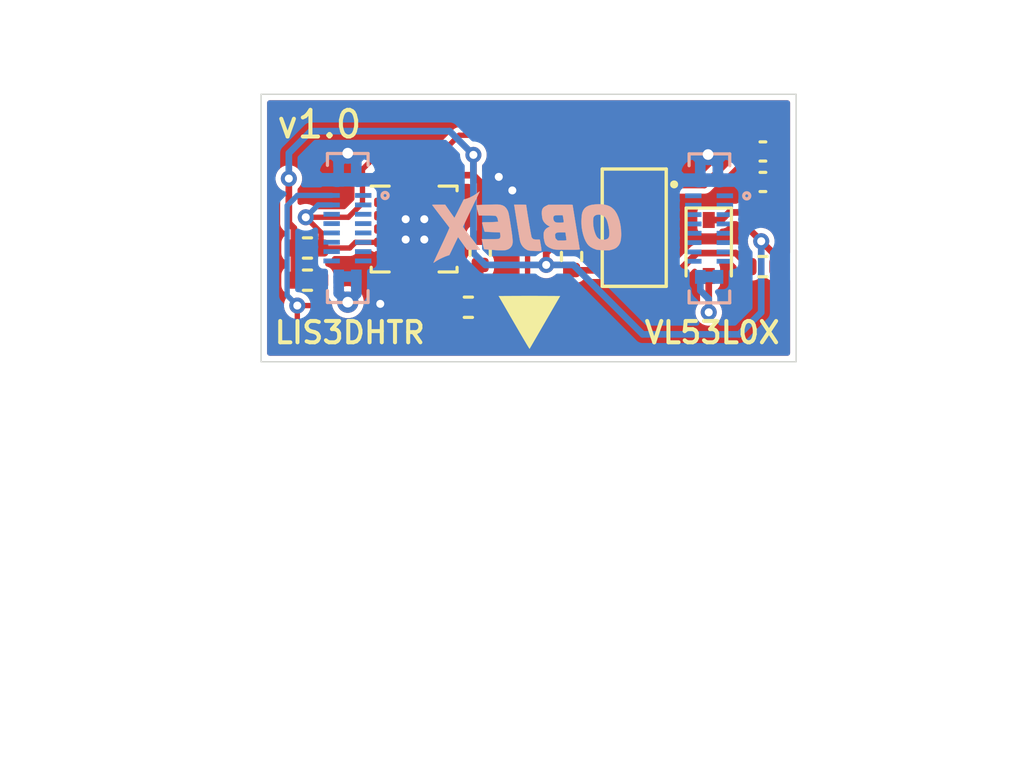
<source format=kicad_pcb>
(kicad_pcb (version 20171130) (host pcbnew "(5.1.10)-1")

  (general
    (thickness 1.6)
    (drawings 42)
    (tracks 138)
    (zones 0)
    (modules 16)
    (nets 48)
  )

  (page A4)
  (layers
    (0 "(TOP)-RF_and_signals" signal)
    (31 "(BOTTOM)-Signals" signal)
    (32 B.Adhes user)
    (33 F.Adhes user)
    (34 B.Paste user)
    (35 F.Paste user)
    (36 B.SilkS user)
    (37 F.SilkS user)
    (38 B.Mask user)
    (39 F.Mask user)
    (40 Dwgs.User user)
    (41 Cmts.User user)
    (42 Eco1.User user)
    (43 Eco2.User user)
    (44 Edge.Cuts user)
    (45 Margin user)
    (46 B.CrtYd user)
    (47 F.CrtYd user)
    (48 B.Fab user hide)
    (49 F.Fab user hide)
  )

  (setup
    (last_trace_width 0.25)
    (user_trace_width 0.2)
    (user_trace_width 0.3)
    (user_trace_width 0.4)
    (user_trace_width 0.5)
    (trace_clearance 0.153)
    (zone_clearance 0.2)
    (zone_45_only no)
    (trace_min 0.2)
    (via_size 0.8)
    (via_drill 0.4)
    (via_min_size 0.4)
    (via_min_drill 0.3)
    (user_via 0.6 0.3)
    (uvia_size 0.3)
    (uvia_drill 0.1)
    (uvias_allowed no)
    (uvia_min_size 0.2)
    (uvia_min_drill 0.1)
    (edge_width 0.05)
    (segment_width 0.2)
    (pcb_text_width 0.3)
    (pcb_text_size 1.5 1.5)
    (mod_edge_width 0.12)
    (mod_text_size 1 1)
    (mod_text_width 0.15)
    (pad_size 1.524 1.524)
    (pad_drill 0.762)
    (pad_to_mask_clearance 0.051)
    (solder_mask_min_width 0.25)
    (aux_axis_origin 0 0)
    (visible_elements 7FFFFF7F)
    (pcbplotparams
      (layerselection 0x010f0_ffffffff)
      (usegerberextensions true)
      (usegerberattributes false)
      (usegerberadvancedattributes false)
      (creategerberjobfile false)
      (excludeedgelayer true)
      (linewidth 0.100000)
      (plotframeref false)
      (viasonmask false)
      (mode 1)
      (useauxorigin false)
      (hpglpennumber 1)
      (hpglpenspeed 20)
      (hpglpendiameter 15.000000)
      (psnegative false)
      (psa4output false)
      (plotreference true)
      (plotvalue true)
      (plotinvisibletext false)
      (padsonsilk false)
      (subtractmaskfromsilk false)
      (outputformat 1)
      (mirror false)
      (drillshape 0)
      (scaleselection 1)
      (outputdirectory "Gerbers/"))
  )

  (net 0 "")
  (net 1 GND)
  (net 2 +3V3)
  (net 3 +5V)
  (net 4 "Net-(J1-Pad3)")
  (net 5 "Net-(J1-Pad5)")
  (net 6 "Net-(J1-Pad7)")
  (net 7 "Net-(J1-Pad11)")
  (net 8 "Net-(J1-Pad15)")
  (net 9 "Net-(J1-Pad13)")
  (net 10 "Net-(J3-Pad3)")
  (net 11 "Net-(J3-Pad5)")
  (net 12 "Net-(J3-Pad7)")
  (net 13 "Net-(J3-Pad9)")
  (net 14 "Net-(J3-Pad11)")
  (net 15 "Net-(J3-Pad13)")
  (net 16 "Net-(J1-Pad1)")
  (net 17 "Net-(J1-Pad2)")
  (net 18 "Net-(J1-Pad8)")
  (net 19 "Net-(J1-Pad6)")
  (net 20 "Net-(J1-Pad12)")
  (net 21 "Net-(J1-Pad9)")
  (net 22 "Net-(J1-Pad10)")
  (net 23 "Net-(J1-Pad14)")
  (net 24 "Net-(J3-Pad4)")
  (net 25 "Net-(J3-Pad6)")
  (net 26 "Net-(J3-Pad12)")
  (net 27 "Net-(J3-Pad10)")
  (net 28 "Net-(J3-Pad14)")
  (net 29 "Net-(J1-Pad4)")
  (net 30 "Net-(J1-Pad16)")
  (net 31 /SDA)
  (net 32 /SCL)
  (net 33 "Net-(J3-Pad8)")
  (net 34 "Net-(U1-Pad3)")
  (net 35 "Net-(J3-Pad1)")
  (net 36 "Net-(J3-Pad2)")
  (net 37 VCC)
  (net 38 "Net-(R3-Pad2)")
  (net 39 "Net-(R4-Pad1)")
  (net 40 "Net-(U1-Pad2)")
  (net 41 "Net-(U1-Pad9)")
  (net 42 "Net-(U1-Pad11)")
  (net 43 "Net-(U1-Pad13)")
  (net 44 "Net-(U1-Pad15)")
  (net 45 "Net-(U1-Pad16)")
  (net 46 "Net-(R5-Pad2)")
  (net 47 "Net-(R6-Pad1)")

  (net_class Default "This is the default net class."
    (clearance 0.153)
    (trace_width 0.25)
    (via_dia 0.8)
    (via_drill 0.4)
    (uvia_dia 0.3)
    (uvia_drill 0.1)
    (add_net +3V3)
    (add_net +5V)
    (add_net /SCL)
    (add_net /SDA)
    (add_net GND)
    (add_net "Net-(J1-Pad1)")
    (add_net "Net-(J1-Pad10)")
    (add_net "Net-(J1-Pad11)")
    (add_net "Net-(J1-Pad12)")
    (add_net "Net-(J1-Pad13)")
    (add_net "Net-(J1-Pad14)")
    (add_net "Net-(J1-Pad15)")
    (add_net "Net-(J1-Pad16)")
    (add_net "Net-(J1-Pad2)")
    (add_net "Net-(J1-Pad3)")
    (add_net "Net-(J1-Pad4)")
    (add_net "Net-(J1-Pad5)")
    (add_net "Net-(J1-Pad6)")
    (add_net "Net-(J1-Pad7)")
    (add_net "Net-(J1-Pad8)")
    (add_net "Net-(J1-Pad9)")
    (add_net "Net-(J3-Pad1)")
    (add_net "Net-(J3-Pad10)")
    (add_net "Net-(J3-Pad11)")
    (add_net "Net-(J3-Pad12)")
    (add_net "Net-(J3-Pad13)")
    (add_net "Net-(J3-Pad14)")
    (add_net "Net-(J3-Pad2)")
    (add_net "Net-(J3-Pad3)")
    (add_net "Net-(J3-Pad4)")
    (add_net "Net-(J3-Pad5)")
    (add_net "Net-(J3-Pad6)")
    (add_net "Net-(J3-Pad7)")
    (add_net "Net-(J3-Pad8)")
    (add_net "Net-(J3-Pad9)")
    (add_net "Net-(R3-Pad2)")
    (add_net "Net-(R4-Pad1)")
    (add_net "Net-(R5-Pad2)")
    (add_net "Net-(R6-Pad1)")
    (add_net "Net-(U1-Pad11)")
    (add_net "Net-(U1-Pad13)")
    (add_net "Net-(U1-Pad15)")
    (add_net "Net-(U1-Pad16)")
    (add_net "Net-(U1-Pad2)")
    (add_net "Net-(U1-Pad3)")
    (add_net "Net-(U1-Pad9)")
    (add_net VCC)
  )

  (module KicadLibrary:arrowTiny (layer "(TOP)-RF_and_signals") (tedit 0) (tstamp 60A142C4)
    (at 144.018 93.726)
    (fp_text reference G*** (at 0 0) (layer F.SilkS) hide
      (effects (font (size 1.524 1.524) (thickness 0.3)))
    )
    (fp_text value LOGO (at 0.75 0) (layer F.SilkS) hide
      (effects (font (size 1.524 1.524) (thickness 0.3)))
    )
    (fp_poly (pts (xy 0.190613 -0.994214) (xy 0.344706 -0.993979) (xy 0.487549 -0.9936) (xy 0.583397 -0.993224)
      (xy 1.155069 -0.9906) (xy 0.587106 -0.01016) (xy 0.511802 0.119831) (xy 0.439294 0.244994)
      (xy 0.370239 0.364193) (xy 0.305293 0.476297) (xy 0.245114 0.580171) (xy 0.190357 0.674682)
      (xy 0.141679 0.758697) (xy 0.099738 0.831083) (xy 0.06519 0.890705) (xy 0.03869 0.936432)
      (xy 0.020897 0.967128) (xy 0.012467 0.981662) (xy 0.011896 0.982642) (xy 0.005831 0.975829)
      (xy -0.009854 0.952177) (xy -0.034685 0.912485) (xy -0.06819 0.85755) (xy -0.109894 0.78817)
      (xy -0.159325 0.705141) (xy -0.216008 0.609262) (xy -0.27947 0.501331) (xy -0.349237 0.382144)
      (xy -0.424837 0.2525) (xy -0.505796 0.113196) (xy -0.570127 0.002202) (xy -1.144903 -0.9906)
      (xy -0.566589 -0.993224) (xy -0.434254 -0.993711) (xy -0.287165 -0.994053) (xy -0.130523 -0.994251)
      (xy 0.03047 -0.994305) (xy 0.190613 -0.994214)) (layer F.SilkS) (width 0.01))
  )

  (module KicadLibrary:logov2-mini (layer "(BOTTOM)-Signals") (tedit 0) (tstamp 609D9BB0)
    (at 144.018 90.2335 180)
    (fp_text reference G*** (at 0 0) (layer B.SilkS) hide
      (effects (font (size 1.524 1.524) (thickness 0.3)) (justify mirror))
    )
    (fp_text value LOGO (at 0.75 0) (layer B.SilkS) hide
      (effects (font (size 1.524 1.524) (thickness 0.3)) (justify mirror))
    )
    (fp_poly (pts (xy 1.871792 1.414476) (xy 1.897969 1.396805) (xy 1.935088 1.370049) (xy 1.957512 1.353356)
      (xy 2.085195 1.268055) (xy 2.219905 1.197721) (xy 2.354563 1.145857) (xy 2.406656 1.131111)
      (xy 2.457463 1.118328) (xy 2.628718 0.775064) (xy 2.671743 0.68928) (xy 2.711272 0.611332)
      (xy 2.745865 0.543996) (xy 2.774077 0.490047) (xy 2.794468 0.452263) (xy 2.805594 0.433418)
      (xy 2.807092 0.4318) (xy 2.816001 0.441799) (xy 2.837179 0.469867) (xy 2.868548 0.513119)
      (xy 2.908029 0.568664) (xy 2.953543 0.633616) (xy 2.98508 0.679079) (xy 3.15595 0.926358)
      (xy 3.401174 0.926729) (xy 3.488629 0.92653) (xy 3.553292 0.925517) (xy 3.597764 0.923519)
      (xy 3.624647 0.920365) (xy 3.636539 0.915883) (xy 3.637006 0.911226) (xy 3.627432 0.897975)
      (xy 3.604057 0.866833) (xy 3.568581 0.820028) (xy 3.522702 0.759791) (xy 3.468121 0.68835)
      (xy 3.406536 0.607937) (xy 3.339646 0.52078) (xy 3.314842 0.488503) (xy 3.246474 0.399499)
      (xy 3.182797 0.316463) (xy 3.125513 0.241622) (xy 3.07632 0.177204) (xy 3.036918 0.125434)
      (xy 3.009008 0.088541) (xy 2.994287 0.068751) (xy 2.992551 0.066253) (xy 2.995932 0.051842)
      (xy 3.009596 0.016198) (xy 3.032805 -0.039028) (xy 3.064823 -0.112184) (xy 3.104916 -0.201617)
      (xy 3.152348 -0.305675) (xy 3.206381 -0.422705) (xy 3.266282 -0.551056) (xy 3.288725 -0.598832)
      (xy 3.345051 -0.718712) (xy 3.397902 -0.831528) (xy 3.446326 -0.935226) (xy 3.489369 -1.027747)
      (xy 3.526079 -1.107036) (xy 3.555503 -1.171036) (xy 3.576689 -1.217692) (xy 3.588683 -1.244946)
      (xy 3.591084 -1.251411) (xy 3.579882 -1.246108) (xy 3.553114 -1.229448) (xy 3.515979 -1.204707)
      (xy 3.5052 -1.197308) (xy 3.43811 -1.15538) (xy 3.355049 -1.110094) (xy 3.264339 -1.065511)
      (xy 3.174299 -1.025692) (xy 3.093252 -0.994698) (xy 3.082958 -0.991249) (xy 2.997266 -0.963151)
      (xy 2.892575 -0.7451) (xy 2.854644 -0.666159) (xy 2.815723 -0.585261) (xy 2.779004 -0.509038)
      (xy 2.747682 -0.444118) (xy 2.729664 -0.406859) (xy 2.671444 -0.286669) (xy 2.502472 -0.524334)
      (xy 2.3335 -0.762) (xy 1.83977 -0.762) (xy 1.864771 -0.727075) (xy 1.878009 -0.709371)
      (xy 1.904927 -0.674015) (xy 1.943655 -0.62344) (xy 1.992326 -0.560079) (xy 2.04907 -0.486364)
      (xy 2.112017 -0.404728) (xy 2.179299 -0.317604) (xy 2.189196 -0.3048) (xy 2.255815 -0.218292)
      (xy 2.31727 -0.137862) (xy 2.371877 -0.065762) (xy 2.41795 -0.004244) (xy 2.453805 0.044438)
      (xy 2.477756 0.078032) (xy 2.488118 0.094285) (xy 2.488412 0.09525) (xy 2.483008 0.108728)
      (xy 2.467529 0.142996) (xy 2.442957 0.195977) (xy 2.410272 0.265597) (xy 2.370456 0.349777)
      (xy 2.324492 0.446441) (xy 2.27336 0.553512) (xy 2.218041 0.668915) (xy 2.173281 0.762)
      (xy 2.115543 0.882078) (xy 2.061322 0.99516) (xy 2.011585 1.099207) (xy 1.967301 1.192177)
      (xy 1.929437 1.272032) (xy 1.898962 1.336731) (xy 1.876843 1.384233) (xy 1.864049 1.412498)
      (xy 1.861166 1.41988) (xy 1.871792 1.414476)) (layer B.SilkS) (width 0.01))
    (fp_poly (pts (xy 0.461929 0.263525) (xy 0.441361 0.134315) (xy 0.421333 0.010748) (xy 0.402299 -0.104528)
      (xy 0.384714 -0.208863) (xy 0.36903 -0.29961) (xy 0.355701 -0.374121) (xy 0.345181 -0.429748)
      (xy 0.337923 -0.463843) (xy 0.336244 -0.470178) (xy 0.296324 -0.565197) (xy 0.238476 -0.649318)
      (xy 0.166482 -0.718446) (xy 0.084126 -0.768492) (xy 0.047064 -0.782931) (xy 0.014064 -0.790081)
      (xy -0.03618 -0.796575) (xy -0.098618 -0.802202) (xy -0.168196 -0.806753) (xy -0.239864 -0.810018)
      (xy -0.30857 -0.811786) (xy -0.369262 -0.811849) (xy -0.416888 -0.809997) (xy -0.446396 -0.806018)
      (xy -0.45216 -0.803671) (xy -0.455756 -0.797456) (xy -0.45708 -0.783734) (xy -0.455798 -0.76008)
      (xy -0.451576 -0.724067) (xy -0.444079 -0.673267) (xy -0.432973 -0.605253) (xy -0.417924 -0.517598)
      (xy -0.398597 -0.407875) (xy -0.394326 -0.383836) (xy -0.3823 -0.382456) (xy -0.350721 -0.381779)
      (xy -0.305428 -0.381892) (xy -0.284468 -0.382183) (xy -0.215226 -0.38051) (xy -0.165327 -0.371054)
      (xy -0.129265 -0.35129) (xy -0.101531 -0.318692) (xy -0.086279 -0.29128) (xy -0.081124 -0.272637)
      (xy -0.072573 -0.231995) (xy -0.061141 -0.172454) (xy -0.047348 -0.097111) (xy -0.031708 -0.009066)
      (xy -0.014739 0.088583) (xy 0.003041 0.192738) (xy 0.021116 0.3003) (xy 0.038969 0.40817)
      (xy 0.056083 0.513251) (xy 0.07194 0.612443) (xy 0.086025 0.702648) (xy 0.097819 0.780768)
      (xy 0.106806 0.843704) (xy 0.112469 0.888358) (xy 0.1143 0.910862) (xy 0.119974 0.916949)
      (xy 0.13884 0.921411) (xy 0.173658 0.924447) (xy 0.227191 0.926255) (xy 0.3022 0.927033)
      (xy 0.340451 0.9271) (xy 0.566602 0.9271) (xy 0.461929 0.263525)) (layer B.SilkS) (width 0.01))
    (fp_poly (pts (xy -2.458127 0.933812) (xy -2.334347 0.916716) (xy -2.230801 0.887399) (xy -2.146125 0.845185)
      (xy -2.078958 0.7894) (xy -2.027938 0.719369) (xy -1.992308 0.636314) (xy -1.977957 0.574865)
      (xy -1.967074 0.494574) (xy -1.959953 0.4018) (xy -1.95689 0.302901) (xy -1.958181 0.204236)
      (xy -1.96412 0.112165) (xy -1.966805 0.087181) (xy -1.990731 -0.063843) (xy -2.024853 -0.205505)
      (xy -2.067937 -0.334502) (xy -2.118749 -0.447529) (xy -2.176057 -0.541281) (xy -2.221923 -0.596306)
      (xy -2.295962 -0.65733) (xy -2.389531 -0.710124) (xy -2.497322 -0.751788) (xy -2.517543 -0.757802)
      (xy -2.551356 -0.764089) (xy -2.603967 -0.769975) (xy -2.669682 -0.775207) (xy -2.742807 -0.779533)
      (xy -2.817647 -0.782699) (xy -2.888509 -0.784453) (xy -2.9497 -0.784541) (xy -2.995524 -0.78271)
      (xy -3.01625 -0.779958) (xy -3.100846 -0.758244) (xy -3.165837 -0.737549) (xy -3.216774 -0.715378)
      (xy -3.25921 -0.689233) (xy -3.298694 -0.656617) (xy -3.306273 -0.649528) (xy -3.356144 -0.592436)
      (xy -3.394068 -0.525686) (xy -3.420997 -0.446031) (xy -3.437884 -0.350225) (xy -3.445679 -0.235023)
      (xy -3.44647 -0.17145) (xy -3.443924 -0.112441) (xy -3.00526 -0.112441) (xy -3.004828 -0.199924)
      (xy -2.992798 -0.268692) (xy -2.969143 -0.320053) (xy -2.96211 -0.329474) (xy -2.922654 -0.360141)
      (xy -2.865882 -0.381185) (xy -2.798427 -0.391453) (xy -2.726917 -0.389791) (xy -2.67335 -0.379682)
      (xy -2.617144 -0.357361) (xy -2.569159 -0.321965) (xy -2.527685 -0.27095) (xy -2.491012 -0.201772)
      (xy -2.457428 -0.111885) (xy -2.430231 -0.018047) (xy -2.41354 0.059399) (xy -2.401686 0.14349)
      (xy -2.394826 0.228775) (xy -2.393115 0.309806) (xy -2.396708 0.381133) (xy -2.405762 0.437306)
      (xy -2.41639 0.466511) (xy -2.454104 0.510743) (xy -2.507512 0.540192) (xy -2.571656 0.554863)
      (xy -2.641581 0.554762) (xy -2.712328 0.539893) (xy -2.778941 0.510262) (xy -2.836247 0.466088)
      (xy -2.87049 0.424602) (xy -2.89983 0.372483) (xy -2.925753 0.305971) (xy -2.949745 0.221305)
      (xy -2.971438 0.123903) (xy -2.994121 -0.004934) (xy -3.00526 -0.112441) (xy -3.443924 -0.112441)
      (xy -3.43903 0.000955) (xy -3.417946 0.165949) (xy -3.384104 0.320579) (xy -3.338387 0.461891)
      (xy -3.281678 0.586932) (xy -3.214863 0.692748) (xy -3.172749 0.743162) (xy -3.098228 0.811297)
      (xy -3.015073 0.86373) (xy -2.920122 0.901554) (xy -2.810209 0.925858) (xy -2.682171 0.937734)
      (xy -2.6035 0.939362) (xy -2.458127 0.933812)) (layer B.SilkS) (width 0.01))
    (fp_poly (pts (xy 1.275914 0.931166) (xy 1.344167 0.92989) (xy 1.422844 0.928059) (xy 1.508199 0.925789)
      (xy 1.596488 0.923199) (xy 1.683966 0.920405) (xy 1.766887 0.917526) (xy 1.841506 0.914678)
      (xy 1.904078 0.911979) (xy 1.950859 0.909546) (xy 1.978102 0.907498) (xy 1.983438 0.906556)
      (xy 1.983752 0.892999) (xy 1.978187 0.860016) (xy 1.96774 0.812633) (xy 1.954145 0.758655)
      (xy 1.93769 0.696611) (xy 1.922391 0.638826) (xy 1.910156 0.592515) (xy 1.903792 0.568325)
      (xy 1.89132 0.5207) (xy 1.590185 0.520513) (xy 1.480837 0.519939) (xy 1.395104 0.518311)
      (xy 1.33122 0.515544) (xy 1.287418 0.511555) (xy 1.261932 0.506258) (xy 1.257995 0.50461)
      (xy 1.219584 0.471585) (xy 1.190965 0.418213) (xy 1.174198 0.348341) (xy 1.174165 0.348094)
      (xy 1.165663 0.283438) (xy 1.309906 0.275127) (xy 1.386078 0.271588) (xy 1.474416 0.268787)
      (xy 1.561688 0.267092) (xy 1.609725 0.266758) (xy 1.679313 0.266016) (xy 1.726415 0.263654)
      (xy 1.753909 0.259377) (xy 1.764673 0.25289) (xy 1.765088 0.250825) (xy 1.761761 0.231902)
      (xy 1.753039 0.195255) (xy 1.740483 0.146542) (xy 1.725653 0.091422) (xy 1.710111 0.035554)
      (xy 1.695417 -0.015406) (xy 1.683131 -0.055798) (xy 1.674816 -0.079964) (xy 1.672687 -0.084145)
      (xy 1.65847 -0.086652) (xy 1.622598 -0.08973) (xy 1.568804 -0.093153) (xy 1.500819 -0.096697)
      (xy 1.422376 -0.100134) (xy 1.3843 -0.1016) (xy 1.302583 -0.104791) (xy 1.229852 -0.107978)
      (xy 1.169783 -0.11097) (xy 1.126052 -0.113578) (xy 1.102334 -0.115613) (xy 1.099156 -0.116306)
      (xy 1.095132 -0.130175) (xy 1.088705 -0.161557) (xy 1.083124 -0.192849) (xy 1.078756 -0.26173)
      (xy 1.091395 -0.313646) (xy 1.120675 -0.34749) (xy 1.136904 -0.355696) (xy 1.159036 -0.359349)
      (xy 1.202781 -0.362561) (xy 1.264355 -0.365192) (xy 1.339973 -0.3671) (xy 1.425849 -0.368144)
      (xy 1.475403 -0.3683) (xy 1.780753 -0.3683) (xy 1.773713 -0.396875) (xy 1.768294 -0.420104)
      (xy 1.758764 -0.462142) (xy 1.746474 -0.516995) (xy 1.732955 -0.57785) (xy 1.719358 -0.637079)
      (xy 1.70697 -0.687007) (xy 1.697122 -0.722526) (xy 1.691147 -0.738529) (xy 1.690993 -0.738706)
      (xy 1.676085 -0.742278) (xy 1.639861 -0.746855) (xy 1.586374 -0.752152) (xy 1.519673 -0.757884)
      (xy 1.443812 -0.763766) (xy 1.36284 -0.769513) (xy 1.280811 -0.77484) (xy 1.201775 -0.779462)
      (xy 1.129783 -0.783094) (xy 1.068889 -0.785451) (xy 1.023142 -0.786248) (xy 1.016 -0.786192)
      (xy 0.961412 -0.783963) (xy 0.909916 -0.779413) (xy 0.872712 -0.773536) (xy 0.784884 -0.742415)
      (xy 0.715635 -0.694427) (xy 0.663874 -0.628776) (xy 0.656813 -0.61595) (xy 0.643001 -0.585052)
      (xy 0.632809 -0.550489) (xy 0.626363 -0.509904) (xy 0.623789 -0.460941) (xy 0.625214 -0.401243)
      (xy 0.630763 -0.328454) (xy 0.640563 -0.240218) (xy 0.654739 -0.134179) (xy 0.673417 -0.007979)
      (xy 0.696724 0.140736) (xy 0.697573 0.14605) (xy 0.717483 0.270107) (xy 0.734108 0.371888)
      (xy 0.748049 0.454217) (xy 0.759907 0.51992) (xy 0.770286 0.571821) (xy 0.779786 0.612745)
      (xy 0.789009 0.645517) (xy 0.798558 0.672962) (xy 0.809035 0.697904) (xy 0.820164 0.721384)
      (xy 0.870127 0.801064) (xy 0.933013 0.860882) (xy 1.010666 0.901898) (xy 1.104928 0.925173)
      (xy 1.18566 0.931579) (xy 1.22183 0.931768) (xy 1.275914 0.931166)) (layer B.SilkS) (width 0.01))
    (fp_poly (pts (xy -1.304594 0.925438) (xy -1.183545 0.924622) (xy -1.171575 0.924524) (xy -0.71755 0.92075)
      (xy -0.637645 0.883853) (xy -0.571551 0.847731) (xy -0.524018 0.806845) (xy -0.492942 0.757032)
      (xy -0.47622 0.694127) (xy -0.471747 0.613968) (xy -0.473834 0.559588) (xy -0.479662 0.496864)
      (xy -0.48872 0.434831) (xy -0.499379 0.383943) (xy -0.503325 0.37027) (xy -0.53796 0.298537)
      (xy -0.591691 0.230097) (xy -0.65845 0.171711) (xy -0.709483 0.140545) (xy -0.780322 0.104725)
      (xy -0.713459 0.075961) (xy -0.640091 0.031941) (xy -0.585266 -0.027995) (xy -0.551014 -0.101435)
      (xy -0.54554 -0.123349) (xy -0.538762 -0.186784) (xy -0.540336 -0.263186) (xy -0.549127 -0.345477)
      (xy -0.564 -0.426579) (xy -0.583818 -0.499415) (xy -0.607446 -0.556906) (xy -0.617894 -0.574286)
      (xy -0.668293 -0.627914) (xy -0.7403 -0.676469) (xy -0.830276 -0.717688) (xy -0.870511 -0.731623)
      (xy -0.896158 -0.739548) (xy -0.920049 -0.745959) (xy -0.945131 -0.751018) (xy -0.974354 -0.754883)
      (xy -1.010665 -0.757716) (xy -1.057013 -0.759676) (xy -1.116347 -0.760924) (xy -1.191615 -0.76162)
      (xy -1.285765 -0.761925) (xy -1.401745 -0.761998) (xy -1.429234 -0.762) (xy -1.555178 -0.76182)
      (xy -1.657705 -0.761235) (xy -1.738798 -0.760177) (xy -1.800438 -0.758578) (xy -1.844608 -0.756371)
      (xy -1.873289 -0.753486) (xy -1.888463 -0.749857) (xy -1.892222 -0.746125) (xy -1.890202 -0.731144)
      (xy -1.884399 -0.693239) (xy -1.875158 -0.634547) (xy -1.862822 -0.557205) (xy -1.847736 -0.463352)
      (xy -1.837374 -0.399243) (xy -1.397 -0.399243) (xy -1.393785 -0.407465) (xy -1.38158 -0.413098)
      (xy -1.356544 -0.416603) (xy -1.314837 -0.418442) (xy -1.25262 -0.419075) (xy -1.231714 -0.4191)
      (xy -1.066427 -0.4191) (xy -1.021235 -0.377683) (xy -0.995145 -0.350882) (xy -0.980279 -0.324621)
      (xy -0.972309 -0.288992) (xy -0.968943 -0.257982) (xy -0.965868 -0.213842) (xy -0.968125 -0.18632)
      (xy -0.977897 -0.166828) (xy -0.997127 -0.146998) (xy -1.012859 -0.133499) (xy -1.02901 -0.124339)
      (xy -1.050637 -0.11868) (xy -1.082799 -0.11568) (xy -1.130555 -0.1145) (xy -1.194062 -0.1143)
      (xy -1.355714 -0.1143) (xy -1.376357 -0.246843) (xy -1.384938 -0.303743) (xy -1.391774 -0.352519)
      (xy -1.396021 -0.386925) (xy -1.397 -0.399243) (xy -1.837374 -0.399243) (xy -1.830243 -0.355125)
      (xy -1.810687 -0.234662) (xy -1.789413 -0.104101) (xy -1.766764 0.034422) (xy -1.758877 0.08255)
      (xy -1.735841 0.223295) (xy -1.72721 0.276225) (xy -1.295305 0.276225) (xy -1.293009 0.266786)
      (xy -1.28327 0.260452) (xy -1.261954 0.256617) (xy -1.224929 0.254679) (xy -1.168061 0.254033)
      (xy -1.143201 0.254) (xy -1.078578 0.254241) (xy -1.03397 0.255625) (xy -1.003992 0.259144)
      (xy -0.983259 0.265791) (xy -0.966386 0.276558) (xy -0.951452 0.289337) (xy -0.922573 0.32287)
      (xy -0.908199 0.363635) (xy -0.905235 0.383832) (xy -0.901894 0.437158) (xy -0.907641 0.476296)
      (xy -0.925466 0.503355) (xy -0.958358 0.520443) (xy -1.009306 0.529671) (xy -1.081299 0.533148)
      (xy -1.117189 0.5334) (xy -1.255282 0.5334) (xy -1.262397 0.498475) (xy -1.27007 0.457072)
      (xy -1.278362 0.406602) (xy -1.286092 0.355051) (xy -1.292077 0.310403) (xy -1.295134 0.280643)
      (xy -1.295305 0.276225) (xy -1.72721 0.276225) (xy -1.714067 0.356815) (xy -1.693897 0.480971)
      (xy -1.675676 0.593624) (xy -1.659747 0.692633) (xy -1.646456 0.775859) (xy -1.636144 0.841162)
      (xy -1.629157 0.886402) (xy -1.625838 0.909439) (xy -1.625606 0.911824) (xy -1.621189 0.916257)
      (xy -1.606518 0.919762) (xy -1.579456 0.922397) (xy -1.537869 0.924222) (xy -1.47962 0.925298)
      (xy -1.402573 0.925683) (xy -1.304594 0.925438)) (layer B.SilkS) (width 0.01))
  )

  (module "Connector_Hirose:BM28B0.6-16DP-2-0.35V(51)" (layer "(BOTTOM)-Signals") (tedit 603695F7) (tstamp 60371288)
    (at 147.7899 90.1954 270)
    (path /60369C04)
    (fp_text reference J1 (at 0 -0.5 90) (layer B.Fab)
      (effects (font (size 1 1) (thickness 0.15)) (justify mirror))
    )
    (fp_text value "BM28B0.6-16DP_2-0.35V(51)" (at 0 0.5 90) (layer B.Fab)
      (effects (font (size 1 1) (thickness 0.15)) (justify mirror))
    )
    (fp_line (start 2.794 -3.7465) (end 2.794 -2.2225) (layer B.SilkS) (width 0.12))
    (fp_line (start 2.794 -2.2225) (end 2.3495 -2.2225) (layer B.SilkS) (width 0.12))
    (fp_line (start 2.3495 -3.7465) (end 2.794 -3.7465) (layer B.SilkS) (width 0.12))
    (fp_line (start -2.794 -3.7465) (end -2.3495 -3.7465) (layer B.SilkS) (width 0.12))
    (fp_line (start -2.794 -2.2225) (end -2.794 -3.7465) (layer B.SilkS) (width 0.12))
    (fp_line (start -2.3495 -2.2225) (end -2.794 -2.2225) (layer B.SilkS) (width 0.12))
    (fp_circle (center -1.2192 -4.38404) (end -1.19888 -4.43484) (layer B.SilkS) (width 0.12))
    (pad 1 smd rect (at -1.22174 -3.56362 270) (size 0.18 0.615) (layers "(BOTTOM)-Signals" B.Paste B.Mask)
      (net 16 "Net-(J1-Pad1)"))
    (pad 18 smd rect (at -1.80916 -3.302 270) (size 0.52 0.4) (layers "(BOTTOM)-Signals" B.Paste B.Mask)
      (net 1 GND))
    (pad 2 smd rect (at -0.86524 -3.56362 270) (size 0.18 0.615) (layers "(BOTTOM)-Signals" B.Paste B.Mask)
      (net 17 "Net-(J1-Pad2)"))
    (pad 4 smd rect (at -0.16524 -3.56362 270) (size 0.18 0.615) (layers "(BOTTOM)-Signals" B.Paste B.Mask)
      (net 29 "Net-(J1-Pad4)"))
    (pad 3 smd rect (at -0.51524 -3.56362 270) (size 0.18 0.615) (layers "(BOTTOM)-Signals" B.Paste B.Mask)
      (net 4 "Net-(J1-Pad3)"))
    (pad 8 smd rect (at 1.23476 -3.56362 270) (size 0.18 0.615) (layers "(BOTTOM)-Signals" B.Paste B.Mask)
      (net 18 "Net-(J1-Pad8)"))
    (pad 6 smd rect (at 0.53476 -3.56362 270) (size 0.18 0.615) (layers "(BOTTOM)-Signals" B.Paste B.Mask)
      (net 19 "Net-(J1-Pad6)"))
    (pad 5 smd rect (at 0.18476 -3.56362 270) (size 0.18 0.615) (layers "(BOTTOM)-Signals" B.Paste B.Mask)
      (net 5 "Net-(J1-Pad5)"))
    (pad 7 smd rect (at 0.88476 -3.56362 270) (size 0.18 0.615) (layers "(BOTTOM)-Signals" B.Paste B.Mask)
      (net 6 "Net-(J1-Pad7)"))
    (pad 19 smd rect (at 1.82046 -3.30454 270) (size 0.52 0.4) (layers "(BOTTOM)-Signals" B.Paste B.Mask)
      (net 2 +3V3))
    (pad 17 smd rect (at -1.80916 -2.6416 90) (size 0.52 0.4) (layers "(BOTTOM)-Signals" B.Paste B.Mask)
      (net 1 GND))
    (pad 20 smd rect (at 1.82046 -2.64414 90) (size 0.52 0.4) (layers "(BOTTOM)-Signals" B.Paste B.Mask)
      (net 2 +3V3))
    (pad 12 smd rect (at 0.18476 -2.37998 270) (size 0.18 0.615) (layers "(BOTTOM)-Signals" B.Paste B.Mask)
      (net 20 "Net-(J1-Pad12)"))
    (pad 9 smd rect (at 1.23476 -2.37998 270) (size 0.18 0.615) (layers "(BOTTOM)-Signals" B.Paste B.Mask)
      (net 21 "Net-(J1-Pad9)"))
    (pad 11 smd rect (at 0.53476 -2.37998 270) (size 0.18 0.615) (layers "(BOTTOM)-Signals" B.Paste B.Mask)
      (net 7 "Net-(J1-Pad11)"))
    (pad 15 smd rect (at -0.86524 -2.37998 270) (size 0.18 0.615) (layers "(BOTTOM)-Signals" B.Paste B.Mask)
      (net 8 "Net-(J1-Pad15)"))
    (pad 16 smd rect (at -1.22174 -2.37998 270) (size 0.18 0.615) (layers "(BOTTOM)-Signals" B.Paste B.Mask)
      (net 30 "Net-(J1-Pad16)"))
    (pad 13 smd rect (at -0.16524 -2.37998 270) (size 0.18 0.615) (layers "(BOTTOM)-Signals" B.Paste B.Mask)
      (net 9 "Net-(J1-Pad13)"))
    (pad 10 smd rect (at 0.88476 -2.37998 270) (size 0.18 0.615) (layers "(BOTTOM)-Signals" B.Paste B.Mask)
      (net 22 "Net-(J1-Pad10)"))
    (pad 14 smd rect (at -0.51524 -2.37998 270) (size 0.18 0.615) (layers "(BOTTOM)-Signals" B.Paste B.Mask)
      (net 23 "Net-(J1-Pad14)"))
    (model E:/KicadLibrary/3D/BM28-16DP.stp
      (offset (xyz 0 -2.95 0))
      (scale (xyz 1 1 1))
      (rotate (xyz 0 0 0))
    )
  )

  (module "Connector_Hirose:BM28B0.6-16DP-2-0.35V(51)" (layer "(BOTTOM)-Signals") (tedit 603695F7) (tstamp 60394D3F)
    (at 134.2263 90.1827 270)
    (path /6037E454)
    (fp_text reference J3 (at 0 -0.5 90) (layer B.Fab)
      (effects (font (size 1 1) (thickness 0.15)) (justify mirror))
    )
    (fp_text value "BM28B0.6-16DP_2-0.35V(51)" (at 0 0.5 90) (layer B.Fab)
      (effects (font (size 1 1) (thickness 0.15)) (justify mirror))
    )
    (fp_line (start 2.794 -3.7465) (end 2.794 -2.2225) (layer B.SilkS) (width 0.12))
    (fp_line (start 2.794 -2.2225) (end 2.3495 -2.2225) (layer B.SilkS) (width 0.12))
    (fp_line (start 2.3495 -3.7465) (end 2.794 -3.7465) (layer B.SilkS) (width 0.12))
    (fp_line (start -2.794 -3.7465) (end -2.3495 -3.7465) (layer B.SilkS) (width 0.12))
    (fp_line (start -2.794 -2.2225) (end -2.794 -3.7465) (layer B.SilkS) (width 0.12))
    (fp_line (start -2.3495 -2.2225) (end -2.794 -2.2225) (layer B.SilkS) (width 0.12))
    (fp_circle (center -1.2192 -4.38404) (end -1.19888 -4.43484) (layer B.SilkS) (width 0.12))
    (pad 1 smd rect (at -1.22174 -3.56362 270) (size 0.18 0.615) (layers "(BOTTOM)-Signals" B.Paste B.Mask)
      (net 35 "Net-(J3-Pad1)"))
    (pad 18 smd rect (at -1.80916 -3.302 270) (size 0.52 0.4) (layers "(BOTTOM)-Signals" B.Paste B.Mask)
      (net 1 GND))
    (pad 2 smd rect (at -0.86524 -3.56362 270) (size 0.18 0.615) (layers "(BOTTOM)-Signals" B.Paste B.Mask)
      (net 36 "Net-(J3-Pad2)"))
    (pad 4 smd rect (at -0.16524 -3.56362 270) (size 0.18 0.615) (layers "(BOTTOM)-Signals" B.Paste B.Mask)
      (net 24 "Net-(J3-Pad4)"))
    (pad 3 smd rect (at -0.51524 -3.56362 270) (size 0.18 0.615) (layers "(BOTTOM)-Signals" B.Paste B.Mask)
      (net 10 "Net-(J3-Pad3)"))
    (pad 8 smd rect (at 1.23476 -3.56362 270) (size 0.18 0.615) (layers "(BOTTOM)-Signals" B.Paste B.Mask)
      (net 33 "Net-(J3-Pad8)"))
    (pad 6 smd rect (at 0.53476 -3.56362 270) (size 0.18 0.615) (layers "(BOTTOM)-Signals" B.Paste B.Mask)
      (net 25 "Net-(J3-Pad6)"))
    (pad 5 smd rect (at 0.18476 -3.56362 270) (size 0.18 0.615) (layers "(BOTTOM)-Signals" B.Paste B.Mask)
      (net 11 "Net-(J3-Pad5)"))
    (pad 7 smd rect (at 0.88476 -3.56362 270) (size 0.18 0.615) (layers "(BOTTOM)-Signals" B.Paste B.Mask)
      (net 12 "Net-(J3-Pad7)"))
    (pad 19 smd rect (at 1.82046 -3.30454 270) (size 0.52 0.4) (layers "(BOTTOM)-Signals" B.Paste B.Mask)
      (net 3 +5V))
    (pad 17 smd rect (at -1.80916 -2.6416 90) (size 0.52 0.4) (layers "(BOTTOM)-Signals" B.Paste B.Mask)
      (net 1 GND))
    (pad 20 smd rect (at 1.82046 -2.64414 90) (size 0.52 0.4) (layers "(BOTTOM)-Signals" B.Paste B.Mask)
      (net 3 +5V))
    (pad 12 smd rect (at 0.18476 -2.37998 270) (size 0.18 0.615) (layers "(BOTTOM)-Signals" B.Paste B.Mask)
      (net 26 "Net-(J3-Pad12)"))
    (pad 9 smd rect (at 1.23476 -2.37998 270) (size 0.18 0.615) (layers "(BOTTOM)-Signals" B.Paste B.Mask)
      (net 13 "Net-(J3-Pad9)"))
    (pad 11 smd rect (at 0.53476 -2.37998 270) (size 0.18 0.615) (layers "(BOTTOM)-Signals" B.Paste B.Mask)
      (net 14 "Net-(J3-Pad11)"))
    (pad 15 smd rect (at -0.86524 -2.37998 270) (size 0.18 0.615) (layers "(BOTTOM)-Signals" B.Paste B.Mask)
      (net 32 /SCL))
    (pad 16 smd rect (at -1.22174 -2.37998 270) (size 0.18 0.615) (layers "(BOTTOM)-Signals" B.Paste B.Mask)
      (net 31 /SDA))
    (pad 13 smd rect (at -0.16524 -2.37998 270) (size 0.18 0.615) (layers "(BOTTOM)-Signals" B.Paste B.Mask)
      (net 15 "Net-(J3-Pad13)"))
    (pad 10 smd rect (at 0.88476 -2.37998 270) (size 0.18 0.615) (layers "(BOTTOM)-Signals" B.Paste B.Mask)
      (net 27 "Net-(J3-Pad10)"))
    (pad 14 smd rect (at -0.51524 -2.37998 270) (size 0.18 0.615) (layers "(BOTTOM)-Signals" B.Paste B.Mask)
      (net 28 "Net-(J3-Pad14)"))
    (model E:/KicadLibrary/3D/BM28-16DP.stp
      (offset (xyz 0 -2.95 0))
      (scale (xyz 1 1 1))
      (rotate (xyz 0 0 0))
    )
  )

  (module Capacitor_SMD:C_0402_1005Metric (layer "(TOP)-RF_and_signals") (tedit 5B301BBE) (tstamp 609D928A)
    (at 152.781 89.5985 180)
    (descr "Capacitor SMD 0402 (1005 Metric), square (rectangular) end terminal, IPC_7351 nominal, (Body size source: http://www.tortai-tech.com/upload/download/2011102023233369053.pdf), generated with kicad-footprint-generator")
    (tags capacitor)
    (path /603A7CB6)
    (attr smd)
    (fp_text reference C1 (at 0 -1.17) (layer F.Fab)
      (effects (font (size 1 1) (thickness 0.15)))
    )
    (fp_text value 0.1uF (at 0 1.17) (layer F.Fab)
      (effects (font (size 1 1) (thickness 0.15)))
    )
    (fp_line (start 0.93 0.47) (end -0.93 0.47) (layer F.CrtYd) (width 0.05))
    (fp_line (start 0.93 -0.47) (end 0.93 0.47) (layer F.CrtYd) (width 0.05))
    (fp_line (start -0.93 -0.47) (end 0.93 -0.47) (layer F.CrtYd) (width 0.05))
    (fp_line (start -0.93 0.47) (end -0.93 -0.47) (layer F.CrtYd) (width 0.05))
    (fp_line (start 0.5 0.25) (end -0.5 0.25) (layer F.Fab) (width 0.1))
    (fp_line (start 0.5 -0.25) (end 0.5 0.25) (layer F.Fab) (width 0.1))
    (fp_line (start -0.5 -0.25) (end 0.5 -0.25) (layer F.Fab) (width 0.1))
    (fp_line (start -0.5 0.25) (end -0.5 -0.25) (layer F.Fab) (width 0.1))
    (fp_text user %R (at 0 0) (layer F.Fab)
      (effects (font (size 0.25 0.25) (thickness 0.04)))
    )
    (pad 1 smd roundrect (at -0.485 0 180) (size 0.59 0.64) (layers "(TOP)-RF_and_signals" F.Paste F.Mask) (roundrect_rratio 0.25)
      (net 1 GND))
    (pad 2 smd roundrect (at 0.485 0 180) (size 0.59 0.64) (layers "(TOP)-RF_and_signals" F.Paste F.Mask) (roundrect_rratio 0.25)
      (net 37 VCC))
    (model ${KISYS3DMOD}/Capacitor_SMD.3dshapes/C_0402_1005Metric.wrl
      (at (xyz 0 0 0))
      (scale (xyz 1 1 1))
      (rotate (xyz 0 0 0))
    )
  )

  (module Diode_SMD:D_SOD-323 (layer "(TOP)-RF_and_signals") (tedit 58641739) (tstamp 609D9821)
    (at 150.749 90.932 270)
    (descr SOD-323)
    (tags SOD-323)
    (path /609DF9FA)
    (attr smd)
    (fp_text reference D2 (at 0 -1.85 90) (layer F.Fab)
      (effects (font (size 1 1) (thickness 0.15)))
    )
    (fp_text value 1N4148WS (at 0.1 1.9 90) (layer F.Fab)
      (effects (font (size 1 1) (thickness 0.15)))
    )
    (fp_line (start -1.5 -0.85) (end 1.05 -0.85) (layer F.SilkS) (width 0.12))
    (fp_line (start -1.5 0.85) (end 1.05 0.85) (layer F.SilkS) (width 0.12))
    (fp_line (start -1.6 -0.95) (end -1.6 0.95) (layer F.CrtYd) (width 0.05))
    (fp_line (start -1.6 0.95) (end 1.6 0.95) (layer F.CrtYd) (width 0.05))
    (fp_line (start 1.6 -0.95) (end 1.6 0.95) (layer F.CrtYd) (width 0.05))
    (fp_line (start -1.6 -0.95) (end 1.6 -0.95) (layer F.CrtYd) (width 0.05))
    (fp_line (start -0.9 -0.7) (end 0.9 -0.7) (layer F.Fab) (width 0.1))
    (fp_line (start 0.9 -0.7) (end 0.9 0.7) (layer F.Fab) (width 0.1))
    (fp_line (start 0.9 0.7) (end -0.9 0.7) (layer F.Fab) (width 0.1))
    (fp_line (start -0.9 0.7) (end -0.9 -0.7) (layer F.Fab) (width 0.1))
    (fp_line (start -0.3 -0.35) (end -0.3 0.35) (layer F.Fab) (width 0.1))
    (fp_line (start -0.3 0) (end -0.5 0) (layer F.Fab) (width 0.1))
    (fp_line (start -0.3 0) (end 0.2 -0.35) (layer F.Fab) (width 0.1))
    (fp_line (start 0.2 -0.35) (end 0.2 0.35) (layer F.Fab) (width 0.1))
    (fp_line (start 0.2 0.35) (end -0.3 0) (layer F.Fab) (width 0.1))
    (fp_line (start 0.2 0) (end 0.45 0) (layer F.Fab) (width 0.1))
    (fp_line (start -1.5 -0.85) (end -1.5 0.85) (layer F.SilkS) (width 0.12))
    (fp_text user %R (at 0 -1.85 90) (layer F.Fab)
      (effects (font (size 1 1) (thickness 0.15)))
    )
    (pad 1 smd rect (at -1.05 0 270) (size 0.6 0.45) (layers "(TOP)-RF_and_signals" F.Paste F.Mask)
      (net 37 VCC))
    (pad 2 smd rect (at 1.05 0 270) (size 0.6 0.45) (layers "(TOP)-RF_and_signals" F.Paste F.Mask)
      (net 2 +3V3))
    (model ${KISYS3DMOD}/Diode_SMD.3dshapes/D_SOD-323.wrl
      (at (xyz 0 0 0))
      (scale (xyz 1 1 1))
      (rotate (xyz 0 0 0))
    )
  )

  (module Resistor_SMD:R_0402_1005Metric (layer "(TOP)-RF_and_signals") (tedit 5F68FEEE) (tstamp 619FC43F)
    (at 135.6995 92.1385)
    (descr "Resistor SMD 0402 (1005 Metric), square (rectangular) end terminal, IPC_7351 nominal, (Body size source: IPC-SM-782 page 72, https://www.pcb-3d.com/wordpress/wp-content/uploads/ipc-sm-782a_amendment_1_and_2.pdf), generated with kicad-footprint-generator")
    (tags resistor)
    (path /61A0F8E7)
    (attr smd)
    (fp_text reference R1 (at 0 -1.17) (layer F.Fab)
      (effects (font (size 1 1) (thickness 0.15)))
    )
    (fp_text value 10K (at 0 1.17) (layer F.Fab)
      (effects (font (size 1 1) (thickness 0.15)))
    )
    (fp_line (start 0.93 0.47) (end -0.93 0.47) (layer F.CrtYd) (width 0.05))
    (fp_line (start 0.93 -0.47) (end 0.93 0.47) (layer F.CrtYd) (width 0.05))
    (fp_line (start -0.93 -0.47) (end 0.93 -0.47) (layer F.CrtYd) (width 0.05))
    (fp_line (start -0.93 0.47) (end -0.93 -0.47) (layer F.CrtYd) (width 0.05))
    (fp_line (start -0.153641 0.38) (end 0.153641 0.38) (layer F.SilkS) (width 0.12))
    (fp_line (start -0.153641 -0.38) (end 0.153641 -0.38) (layer F.SilkS) (width 0.12))
    (fp_line (start 0.525 0.27) (end -0.525 0.27) (layer F.Fab) (width 0.1))
    (fp_line (start 0.525 -0.27) (end 0.525 0.27) (layer F.Fab) (width 0.1))
    (fp_line (start -0.525 -0.27) (end 0.525 -0.27) (layer F.Fab) (width 0.1))
    (fp_line (start -0.525 0.27) (end -0.525 -0.27) (layer F.Fab) (width 0.1))
    (fp_text user %R (at 0 0) (layer F.Fab)
      (effects (font (size 0.26 0.26) (thickness 0.04)))
    )
    (pad 1 smd roundrect (at -0.51 0) (size 0.54 0.64) (layers "(TOP)-RF_and_signals" F.Paste F.Mask) (roundrect_rratio 0.25)
      (net 37 VCC))
    (pad 2 smd roundrect (at 0.51 0) (size 0.54 0.64) (layers "(TOP)-RF_and_signals" F.Paste F.Mask) (roundrect_rratio 0.25)
      (net 31 /SDA))
    (model ${KISYS3DMOD}/Resistor_SMD.3dshapes/R_0402_1005Metric.wrl
      (at (xyz 0 0 0))
      (scale (xyz 1 1 1))
      (rotate (xyz 0 0 0))
    )
  )

  (module Resistor_SMD:R_0402_1005Metric (layer "(TOP)-RF_and_signals") (tedit 5F68FEEE) (tstamp 619FCAD7)
    (at 135.6995 90.932)
    (descr "Resistor SMD 0402 (1005 Metric), square (rectangular) end terminal, IPC_7351 nominal, (Body size source: IPC-SM-782 page 72, https://www.pcb-3d.com/wordpress/wp-content/uploads/ipc-sm-782a_amendment_1_and_2.pdf), generated with kicad-footprint-generator")
    (tags resistor)
    (path /61A08463)
    (attr smd)
    (fp_text reference R2 (at 0 -1.17) (layer F.Fab)
      (effects (font (size 1 1) (thickness 0.15)))
    )
    (fp_text value 10K (at 0 1.17) (layer F.Fab)
      (effects (font (size 1 1) (thickness 0.15)))
    )
    (fp_line (start -0.525 0.27) (end -0.525 -0.27) (layer F.Fab) (width 0.1))
    (fp_line (start -0.525 -0.27) (end 0.525 -0.27) (layer F.Fab) (width 0.1))
    (fp_line (start 0.525 -0.27) (end 0.525 0.27) (layer F.Fab) (width 0.1))
    (fp_line (start 0.525 0.27) (end -0.525 0.27) (layer F.Fab) (width 0.1))
    (fp_line (start -0.153641 -0.38) (end 0.153641 -0.38) (layer F.SilkS) (width 0.12))
    (fp_line (start -0.153641 0.38) (end 0.153641 0.38) (layer F.SilkS) (width 0.12))
    (fp_line (start -0.93 0.47) (end -0.93 -0.47) (layer F.CrtYd) (width 0.05))
    (fp_line (start -0.93 -0.47) (end 0.93 -0.47) (layer F.CrtYd) (width 0.05))
    (fp_line (start 0.93 -0.47) (end 0.93 0.47) (layer F.CrtYd) (width 0.05))
    (fp_line (start 0.93 0.47) (end -0.93 0.47) (layer F.CrtYd) (width 0.05))
    (fp_text user %R (at 0 0) (layer F.Fab)
      (effects (font (size 0.26 0.26) (thickness 0.04)))
    )
    (pad 2 smd roundrect (at 0.51 0) (size 0.54 0.64) (layers "(TOP)-RF_and_signals" F.Paste F.Mask) (roundrect_rratio 0.25)
      (net 32 /SCL))
    (pad 1 smd roundrect (at -0.51 0) (size 0.54 0.64) (layers "(TOP)-RF_and_signals" F.Paste F.Mask) (roundrect_rratio 0.25)
      (net 37 VCC))
    (model ${KISYS3DMOD}/Resistor_SMD.3dshapes/R_0402_1005Metric.wrl
      (at (xyz 0 0 0))
      (scale (xyz 1 1 1))
      (rotate (xyz 0 0 0))
    )
  )

  (module Resistor_SMD:R_0402_1005Metric (layer "(TOP)-RF_and_signals") (tedit 5F68FEEE) (tstamp 619FC461)
    (at 141.734 93.1545 180)
    (descr "Resistor SMD 0402 (1005 Metric), square (rectangular) end terminal, IPC_7351 nominal, (Body size source: IPC-SM-782 page 72, https://www.pcb-3d.com/wordpress/wp-content/uploads/ipc-sm-782a_amendment_1_and_2.pdf), generated with kicad-footprint-generator")
    (tags resistor)
    (path /619FD4F9)
    (attr smd)
    (fp_text reference R3 (at 0 -1.17) (layer F.Fab)
      (effects (font (size 1 1) (thickness 0.15)))
    )
    (fp_text value 10K (at 0 1.17) (layer F.Fab)
      (effects (font (size 1 1) (thickness 0.15)))
    )
    (fp_line (start 0.93 0.47) (end -0.93 0.47) (layer F.CrtYd) (width 0.05))
    (fp_line (start 0.93 -0.47) (end 0.93 0.47) (layer F.CrtYd) (width 0.05))
    (fp_line (start -0.93 -0.47) (end 0.93 -0.47) (layer F.CrtYd) (width 0.05))
    (fp_line (start -0.93 0.47) (end -0.93 -0.47) (layer F.CrtYd) (width 0.05))
    (fp_line (start -0.153641 0.38) (end 0.153641 0.38) (layer F.SilkS) (width 0.12))
    (fp_line (start -0.153641 -0.38) (end 0.153641 -0.38) (layer F.SilkS) (width 0.12))
    (fp_line (start 0.525 0.27) (end -0.525 0.27) (layer F.Fab) (width 0.1))
    (fp_line (start 0.525 -0.27) (end 0.525 0.27) (layer F.Fab) (width 0.1))
    (fp_line (start -0.525 -0.27) (end 0.525 -0.27) (layer F.Fab) (width 0.1))
    (fp_line (start -0.525 0.27) (end -0.525 -0.27) (layer F.Fab) (width 0.1))
    (fp_text user %R (at 0 0) (layer F.Fab)
      (effects (font (size 0.26 0.26) (thickness 0.04)))
    )
    (pad 1 smd roundrect (at -0.51 0 180) (size 0.54 0.64) (layers "(TOP)-RF_and_signals" F.Paste F.Mask) (roundrect_rratio 0.25)
      (net 1 GND))
    (pad 2 smd roundrect (at 0.51 0 180) (size 0.54 0.64) (layers "(TOP)-RF_and_signals" F.Paste F.Mask) (roundrect_rratio 0.25)
      (net 38 "Net-(R3-Pad2)"))
    (model ${KISYS3DMOD}/Resistor_SMD.3dshapes/R_0402_1005Metric.wrl
      (at (xyz 0 0 0))
      (scale (xyz 1 1 1))
      (rotate (xyz 0 0 0))
    )
  )

  (module Resistor_SMD:R_0402_1005Metric (layer "(TOP)-RF_and_signals") (tedit 5F68FEEE) (tstamp 619FC472)
    (at 142.1765 91.059 90)
    (descr "Resistor SMD 0402 (1005 Metric), square (rectangular) end terminal, IPC_7351 nominal, (Body size source: IPC-SM-782 page 72, https://www.pcb-3d.com/wordpress/wp-content/uploads/ipc-sm-782a_amendment_1_and_2.pdf), generated with kicad-footprint-generator")
    (tags resistor)
    (path /61A26DC0)
    (attr smd)
    (fp_text reference R4 (at 0 -1.17 90) (layer F.Fab)
      (effects (font (size 1 1) (thickness 0.15)))
    )
    (fp_text value 10K (at 0 1.17 90) (layer F.Fab)
      (effects (font (size 1 1) (thickness 0.15)))
    )
    (fp_line (start -0.525 0.27) (end -0.525 -0.27) (layer F.Fab) (width 0.1))
    (fp_line (start -0.525 -0.27) (end 0.525 -0.27) (layer F.Fab) (width 0.1))
    (fp_line (start 0.525 -0.27) (end 0.525 0.27) (layer F.Fab) (width 0.1))
    (fp_line (start 0.525 0.27) (end -0.525 0.27) (layer F.Fab) (width 0.1))
    (fp_line (start -0.153641 -0.38) (end 0.153641 -0.38) (layer F.SilkS) (width 0.12))
    (fp_line (start -0.153641 0.38) (end 0.153641 0.38) (layer F.SilkS) (width 0.12))
    (fp_line (start -0.93 0.47) (end -0.93 -0.47) (layer F.CrtYd) (width 0.05))
    (fp_line (start -0.93 -0.47) (end 0.93 -0.47) (layer F.CrtYd) (width 0.05))
    (fp_line (start 0.93 -0.47) (end 0.93 0.47) (layer F.CrtYd) (width 0.05))
    (fp_line (start 0.93 0.47) (end -0.93 0.47) (layer F.CrtYd) (width 0.05))
    (fp_text user %R (at 0 0 90) (layer F.Fab)
      (effects (font (size 0.26 0.26) (thickness 0.04)))
    )
    (pad 2 smd roundrect (at 0.51 0 90) (size 0.54 0.64) (layers "(TOP)-RF_and_signals" F.Paste F.Mask) (roundrect_rratio 0.25)
      (net 37 VCC))
    (pad 1 smd roundrect (at -0.51 0 90) (size 0.54 0.64) (layers "(TOP)-RF_and_signals" F.Paste F.Mask) (roundrect_rratio 0.25)
      (net 39 "Net-(R4-Pad1)"))
    (model ${KISYS3DMOD}/Resistor_SMD.3dshapes/R_0402_1005Metric.wrl
      (at (xyz 0 0 0))
      (scale (xyz 1 1 1))
      (rotate (xyz 0 0 0))
    )
  )

  (module Package_LGA:LGA-16_3x3mm_P0.5mm_LayoutBorder3x5y (layer "(TOP)-RF_and_signals") (tedit 5D9F7937) (tstamp 619FC497)
    (at 139.7 90.2208)
    (descr "LGA, 16 Pin (http://www.st.com/resource/en/datasheet/lis331hh.pdf), generated with kicad-footprint-generator ipc_noLead_generator.py")
    (tags "LGA NoLead")
    (path /619F685D)
    (attr smd)
    (fp_text reference U1 (at 0 -2.45) (layer F.Fab)
      (effects (font (size 1 1) (thickness 0.15)))
    )
    (fp_text value LIS3DH (at 0 2.45) (layer F.Fab)
      (effects (font (size 1 1) (thickness 0.15)))
    )
    (fp_line (start 1.75 -1.75) (end -1.75 -1.75) (layer F.CrtYd) (width 0.05))
    (fp_line (start 1.75 1.75) (end 1.75 -1.75) (layer F.CrtYd) (width 0.05))
    (fp_line (start -1.75 1.75) (end 1.75 1.75) (layer F.CrtYd) (width 0.05))
    (fp_line (start -1.75 -1.75) (end -1.75 1.75) (layer F.CrtYd) (width 0.05))
    (fp_line (start -1.5 -0.75) (end -0.75 -1.5) (layer F.Fab) (width 0.1))
    (fp_line (start -1.5 1.5) (end -1.5 -0.75) (layer F.Fab) (width 0.1))
    (fp_line (start 1.5 1.5) (end -1.5 1.5) (layer F.Fab) (width 0.1))
    (fp_line (start 1.5 -1.5) (end 1.5 1.5) (layer F.Fab) (width 0.1))
    (fp_line (start -0.75 -1.5) (end 1.5 -1.5) (layer F.Fab) (width 0.1))
    (fp_line (start -0.935 -1.61) (end -1.61 -1.61) (layer F.SilkS) (width 0.12))
    (fp_line (start 1.61 1.61) (end 1.61 1.435) (layer F.SilkS) (width 0.12))
    (fp_line (start 0.935 1.61) (end 1.61 1.61) (layer F.SilkS) (width 0.12))
    (fp_line (start -1.61 1.61) (end -1.61 1.435) (layer F.SilkS) (width 0.12))
    (fp_line (start -0.935 1.61) (end -1.61 1.61) (layer F.SilkS) (width 0.12))
    (fp_line (start 1.61 -1.61) (end 1.61 -1.435) (layer F.SilkS) (width 0.12))
    (fp_line (start 0.935 -1.61) (end 1.61 -1.61) (layer F.SilkS) (width 0.12))
    (fp_text user %R (at 0 0) (layer F.Fab)
      (effects (font (size 0.75 0.75) (thickness 0.11)))
    )
    (pad 1 smd roundrect (at -1.225 -1) (size 0.55 0.35) (layers "(TOP)-RF_and_signals" F.Paste F.Mask) (roundrect_rratio 0.25)
      (net 37 VCC))
    (pad 2 smd roundrect (at -1.225 -0.5) (size 0.55 0.35) (layers "(TOP)-RF_and_signals" F.Paste F.Mask) (roundrect_rratio 0.25)
      (net 40 "Net-(U1-Pad2)"))
    (pad 3 smd roundrect (at -1.225 0) (size 0.55 0.35) (layers "(TOP)-RF_and_signals" F.Paste F.Mask) (roundrect_rratio 0.25)
      (net 34 "Net-(U1-Pad3)"))
    (pad 4 smd roundrect (at -1.225 0.5) (size 0.55 0.35) (layers "(TOP)-RF_and_signals" F.Paste F.Mask) (roundrect_rratio 0.25)
      (net 32 /SCL))
    (pad 5 smd roundrect (at -1.225 1) (size 0.55 0.35) (layers "(TOP)-RF_and_signals" F.Paste F.Mask) (roundrect_rratio 0.25)
      (net 1 GND))
    (pad 6 smd roundrect (at -0.5 1.225) (size 0.35 0.55) (layers "(TOP)-RF_and_signals" F.Paste F.Mask) (roundrect_rratio 0.25)
      (net 31 /SDA))
    (pad 7 smd roundrect (at 0 1.225) (size 0.35 0.55) (layers "(TOP)-RF_and_signals" F.Paste F.Mask) (roundrect_rratio 0.25)
      (net 38 "Net-(R3-Pad2)"))
    (pad 8 smd roundrect (at 0.5 1.225) (size 0.35 0.55) (layers "(TOP)-RF_and_signals" F.Paste F.Mask) (roundrect_rratio 0.25)
      (net 39 "Net-(R4-Pad1)"))
    (pad 9 smd roundrect (at 1.225 1) (size 0.55 0.35) (layers "(TOP)-RF_and_signals" F.Paste F.Mask) (roundrect_rratio 0.25)
      (net 41 "Net-(U1-Pad9)"))
    (pad 10 smd roundrect (at 1.225 0.5) (size 0.55 0.35) (layers "(TOP)-RF_and_signals" F.Paste F.Mask) (roundrect_rratio 0.25)
      (net 1 GND))
    (pad 11 smd roundrect (at 1.225 0) (size 0.55 0.35) (layers "(TOP)-RF_and_signals" F.Paste F.Mask) (roundrect_rratio 0.25)
      (net 42 "Net-(U1-Pad11)"))
    (pad 12 smd roundrect (at 1.225 -0.5) (size 0.55 0.35) (layers "(TOP)-RF_and_signals" F.Paste F.Mask) (roundrect_rratio 0.25)
      (net 1 GND))
    (pad 13 smd roundrect (at 1.225 -1) (size 0.55 0.35) (layers "(TOP)-RF_and_signals" F.Paste F.Mask) (roundrect_rratio 0.25)
      (net 43 "Net-(U1-Pad13)"))
    (pad 14 smd roundrect (at 0.5 -1.225) (size 0.35 0.55) (layers "(TOP)-RF_and_signals" F.Paste F.Mask) (roundrect_rratio 0.25)
      (net 37 VCC))
    (pad 15 smd roundrect (at 0 -1.225) (size 0.35 0.55) (layers "(TOP)-RF_and_signals" F.Paste F.Mask) (roundrect_rratio 0.25)
      (net 44 "Net-(U1-Pad15)"))
    (pad 16 smd roundrect (at -0.5 -1.225) (size 0.35 0.55) (layers "(TOP)-RF_and_signals" F.Paste F.Mask) (roundrect_rratio 0.25)
      (net 45 "Net-(U1-Pad16)"))
    (model ${KISYS3DMOD}/Package_LGA.3dshapes/LGA-16_3x3mm_P0.5mm_LayoutBorder3x5y.wrl
      (at (xyz 0 0 0))
      (scale (xyz 1 1 1))
      (rotate (xyz 0 0 0))
    )
  )

  (module Capacitor_SMD:C_0402_1005Metric (layer "(TOP)-RF_and_signals") (tedit 5F68FEEE) (tstamp 61A3A90F)
    (at 152.781 87.3125 180)
    (descr "Capacitor SMD 0402 (1005 Metric), square (rectangular) end terminal, IPC_7351 nominal, (Body size source: IPC-SM-782 page 76, https://www.pcb-3d.com/wordpress/wp-content/uploads/ipc-sm-782a_amendment_1_and_2.pdf), generated with kicad-footprint-generator")
    (tags capacitor)
    (path /61A451B7)
    (attr smd)
    (fp_text reference C2 (at 0 -1.16) (layer F.Fab)
      (effects (font (size 1 1) (thickness 0.15)))
    )
    (fp_text value 0.1uF (at 0 1.16) (layer F.Fab)
      (effects (font (size 1 1) (thickness 0.15)))
    )
    (fp_line (start -0.5 0.25) (end -0.5 -0.25) (layer F.Fab) (width 0.1))
    (fp_line (start -0.5 -0.25) (end 0.5 -0.25) (layer F.Fab) (width 0.1))
    (fp_line (start 0.5 -0.25) (end 0.5 0.25) (layer F.Fab) (width 0.1))
    (fp_line (start 0.5 0.25) (end -0.5 0.25) (layer F.Fab) (width 0.1))
    (fp_line (start -0.107836 -0.36) (end 0.107836 -0.36) (layer F.SilkS) (width 0.12))
    (fp_line (start -0.107836 0.36) (end 0.107836 0.36) (layer F.SilkS) (width 0.12))
    (fp_line (start -0.91 0.46) (end -0.91 -0.46) (layer F.CrtYd) (width 0.05))
    (fp_line (start -0.91 -0.46) (end 0.91 -0.46) (layer F.CrtYd) (width 0.05))
    (fp_line (start 0.91 -0.46) (end 0.91 0.46) (layer F.CrtYd) (width 0.05))
    (fp_line (start 0.91 0.46) (end -0.91 0.46) (layer F.CrtYd) (width 0.05))
    (fp_text user %R (at 0 0) (layer F.Fab)
      (effects (font (size 0.25 0.25) (thickness 0.04)))
    )
    (pad 1 smd roundrect (at -0.48 0 180) (size 0.56 0.62) (layers "(TOP)-RF_and_signals" F.Paste F.Mask) (roundrect_rratio 0.25)
      (net 1 GND))
    (pad 2 smd roundrect (at 0.48 0 180) (size 0.56 0.62) (layers "(TOP)-RF_and_signals" F.Paste F.Mask) (roundrect_rratio 0.25)
      (net 37 VCC))
    (model ${KISYS3DMOD}/Capacitor_SMD.3dshapes/C_0402_1005Metric.wrl
      (at (xyz 0 0 0))
      (scale (xyz 1 1 1))
      (rotate (xyz 0 0 0))
    )
  )

  (module Capacitor_SMD:C_0402_1005Metric (layer "(TOP)-RF_and_signals") (tedit 5F68FEEE) (tstamp 61A3A920)
    (at 152.781 88.4555 180)
    (descr "Capacitor SMD 0402 (1005 Metric), square (rectangular) end terminal, IPC_7351 nominal, (Body size source: IPC-SM-782 page 76, https://www.pcb-3d.com/wordpress/wp-content/uploads/ipc-sm-782a_amendment_1_and_2.pdf), generated with kicad-footprint-generator")
    (tags capacitor)
    (path /61A45792)
    (attr smd)
    (fp_text reference C3 (at 0 -1.16) (layer F.Fab)
      (effects (font (size 1 1) (thickness 0.15)))
    )
    (fp_text value 4.7uF (at 0 1.16) (layer F.Fab)
      (effects (font (size 1 1) (thickness 0.15)))
    )
    (fp_line (start 0.91 0.46) (end -0.91 0.46) (layer F.CrtYd) (width 0.05))
    (fp_line (start 0.91 -0.46) (end 0.91 0.46) (layer F.CrtYd) (width 0.05))
    (fp_line (start -0.91 -0.46) (end 0.91 -0.46) (layer F.CrtYd) (width 0.05))
    (fp_line (start -0.91 0.46) (end -0.91 -0.46) (layer F.CrtYd) (width 0.05))
    (fp_line (start -0.107836 0.36) (end 0.107836 0.36) (layer F.SilkS) (width 0.12))
    (fp_line (start -0.107836 -0.36) (end 0.107836 -0.36) (layer F.SilkS) (width 0.12))
    (fp_line (start 0.5 0.25) (end -0.5 0.25) (layer F.Fab) (width 0.1))
    (fp_line (start 0.5 -0.25) (end 0.5 0.25) (layer F.Fab) (width 0.1))
    (fp_line (start -0.5 -0.25) (end 0.5 -0.25) (layer F.Fab) (width 0.1))
    (fp_line (start -0.5 0.25) (end -0.5 -0.25) (layer F.Fab) (width 0.1))
    (fp_text user %R (at 0 0) (layer F.Fab)
      (effects (font (size 0.25 0.25) (thickness 0.04)))
    )
    (pad 2 smd roundrect (at 0.48 0 180) (size 0.56 0.62) (layers "(TOP)-RF_and_signals" F.Paste F.Mask) (roundrect_rratio 0.25)
      (net 37 VCC))
    (pad 1 smd roundrect (at -0.48 0 180) (size 0.56 0.62) (layers "(TOP)-RF_and_signals" F.Paste F.Mask) (roundrect_rratio 0.25)
      (net 1 GND))
    (model ${KISYS3DMOD}/Capacitor_SMD.3dshapes/C_0402_1005Metric.wrl
      (at (xyz 0 0 0))
      (scale (xyz 1 1 1))
      (rotate (xyz 0 0 0))
    )
  )

  (module Resistor_SMD:R_0402_1005Metric (layer "(TOP)-RF_and_signals") (tedit 5F68FEEE) (tstamp 61A3A931)
    (at 152.781 91.6305 180)
    (descr "Resistor SMD 0402 (1005 Metric), square (rectangular) end terminal, IPC_7351 nominal, (Body size source: IPC-SM-782 page 72, https://www.pcb-3d.com/wordpress/wp-content/uploads/ipc-sm-782a_amendment_1_and_2.pdf), generated with kicad-footprint-generator")
    (tags resistor)
    (path /61A5057E)
    (attr smd)
    (fp_text reference R5 (at 0 -1.17) (layer F.Fab)
      (effects (font (size 1 1) (thickness 0.15)))
    )
    (fp_text value 10K (at 0 1.17) (layer F.Fab)
      (effects (font (size 1 1) (thickness 0.15)))
    )
    (fp_line (start 0.93 0.47) (end -0.93 0.47) (layer F.CrtYd) (width 0.05))
    (fp_line (start 0.93 -0.47) (end 0.93 0.47) (layer F.CrtYd) (width 0.05))
    (fp_line (start -0.93 -0.47) (end 0.93 -0.47) (layer F.CrtYd) (width 0.05))
    (fp_line (start -0.93 0.47) (end -0.93 -0.47) (layer F.CrtYd) (width 0.05))
    (fp_line (start -0.153641 0.38) (end 0.153641 0.38) (layer F.SilkS) (width 0.12))
    (fp_line (start -0.153641 -0.38) (end 0.153641 -0.38) (layer F.SilkS) (width 0.12))
    (fp_line (start 0.525 0.27) (end -0.525 0.27) (layer F.Fab) (width 0.1))
    (fp_line (start 0.525 -0.27) (end 0.525 0.27) (layer F.Fab) (width 0.1))
    (fp_line (start -0.525 -0.27) (end 0.525 -0.27) (layer F.Fab) (width 0.1))
    (fp_line (start -0.525 0.27) (end -0.525 -0.27) (layer F.Fab) (width 0.1))
    (fp_text user %R (at 0 0) (layer F.Fab)
      (effects (font (size 0.26 0.26) (thickness 0.04)))
    )
    (pad 2 smd roundrect (at 0.51 0 180) (size 0.54 0.64) (layers "(TOP)-RF_and_signals" F.Paste F.Mask) (roundrect_rratio 0.25)
      (net 46 "Net-(R5-Pad2)"))
    (pad 1 smd roundrect (at -0.51 0 180) (size 0.54 0.64) (layers "(TOP)-RF_and_signals" F.Paste F.Mask) (roundrect_rratio 0.25)
      (net 37 VCC))
    (model ${KISYS3DMOD}/Resistor_SMD.3dshapes/R_0402_1005Metric.wrl
      (at (xyz 0 0 0))
      (scale (xyz 1 1 1))
      (rotate (xyz 0 0 0))
    )
  )

  (module Resistor_SMD:R_0402_1005Metric (layer "(TOP)-RF_and_signals") (tedit 5F68FEEE) (tstamp 61A3A942)
    (at 145.6055 91.2495 90)
    (descr "Resistor SMD 0402 (1005 Metric), square (rectangular) end terminal, IPC_7351 nominal, (Body size source: IPC-SM-782 page 72, https://www.pcb-3d.com/wordpress/wp-content/uploads/ipc-sm-782a_amendment_1_and_2.pdf), generated with kicad-footprint-generator")
    (tags resistor)
    (path /61A42F0E)
    (attr smd)
    (fp_text reference R6 (at 0 -1.17 90) (layer F.Fab)
      (effects (font (size 1 1) (thickness 0.15)))
    )
    (fp_text value 10K (at 0 1.17 90) (layer F.Fab)
      (effects (font (size 1 1) (thickness 0.15)))
    )
    (fp_line (start -0.525 0.27) (end -0.525 -0.27) (layer F.Fab) (width 0.1))
    (fp_line (start -0.525 -0.27) (end 0.525 -0.27) (layer F.Fab) (width 0.1))
    (fp_line (start 0.525 -0.27) (end 0.525 0.27) (layer F.Fab) (width 0.1))
    (fp_line (start 0.525 0.27) (end -0.525 0.27) (layer F.Fab) (width 0.1))
    (fp_line (start -0.153641 -0.38) (end 0.153641 -0.38) (layer F.SilkS) (width 0.12))
    (fp_line (start -0.153641 0.38) (end 0.153641 0.38) (layer F.SilkS) (width 0.12))
    (fp_line (start -0.93 0.47) (end -0.93 -0.47) (layer F.CrtYd) (width 0.05))
    (fp_line (start -0.93 -0.47) (end 0.93 -0.47) (layer F.CrtYd) (width 0.05))
    (fp_line (start 0.93 -0.47) (end 0.93 0.47) (layer F.CrtYd) (width 0.05))
    (fp_line (start 0.93 0.47) (end -0.93 0.47) (layer F.CrtYd) (width 0.05))
    (fp_text user %R (at 0 0 90) (layer F.Fab)
      (effects (font (size 0.26 0.26) (thickness 0.04)))
    )
    (pad 1 smd roundrect (at -0.51 0 90) (size 0.54 0.64) (layers "(TOP)-RF_and_signals" F.Paste F.Mask) (roundrect_rratio 0.25)
      (net 47 "Net-(R6-Pad1)"))
    (pad 2 smd roundrect (at 0.51 0 90) (size 0.54 0.64) (layers "(TOP)-RF_and_signals" F.Paste F.Mask) (roundrect_rratio 0.25)
      (net 37 VCC))
    (model ${KISYS3DMOD}/Resistor_SMD.3dshapes/R_0402_1005Metric.wrl
      (at (xyz 0 0 0))
      (scale (xyz 1 1 1))
      (rotate (xyz 0 0 0))
    )
  )

  (module KicadLibrary:SENSOR_VL53L0X (layer "(TOP)-RF_and_signals") (tedit 60805260) (tstamp 61A3A95F)
    (at 147.955 90.17 270)
    (path /61A3528C)
    (fp_text reference U2 (at -0.976343 -2.032506 90) (layer F.Fab)
      (effects (font (size 0.480166 0.480166) (thickness 0.015)))
    )
    (fp_text value VL53L0X (at 1.769535 1.947768 90) (layer F.Fab)
      (effects (font (size 0.480634 0.480634) (thickness 0.015)))
    )
    (fp_line (start 2.2 1.2) (end 2.2 -1.2) (layer F.Fab) (width 0.127))
    (fp_line (start 2.2 -1.2) (end -2.2 -1.2) (layer F.Fab) (width 0.127))
    (fp_line (start -2.2 -1.2) (end -2.2 1.2) (layer F.Fab) (width 0.127))
    (fp_line (start -2.2 1.2) (end 2.2 1.2) (layer F.Fab) (width 0.127))
    (fp_line (start 2.2 1.2) (end 2.2 -1.2) (layer F.SilkS) (width 0.127))
    (fp_line (start 2.2 -1.2) (end -2.2 -1.2) (layer F.SilkS) (width 0.127))
    (fp_line (start -2.2 -1.2) (end -2.2 1.2) (layer F.SilkS) (width 0.127))
    (fp_line (start -2.2 1.2) (end 2.2 1.2) (layer F.SilkS) (width 0.127))
    (fp_line (start 2.45 1.45) (end 2.45 -1.45) (layer F.CrtYd) (width 0.05))
    (fp_line (start 2.45 -1.45) (end -2.45 -1.45) (layer F.CrtYd) (width 0.05))
    (fp_line (start -2.45 -1.45) (end -2.45 1.45) (layer F.CrtYd) (width 0.05))
    (fp_line (start -2.45 1.45) (end 2.45 1.45) (layer F.CrtYd) (width 0.05))
    (fp_circle (center -1.623 -1.496) (end -1.548 -1.496) (layer F.SilkS) (width 0.15))
    (pad 1 smd rect (at -1.6 -0.8 270) (size 0.5 0.5) (layers "(TOP)-RF_and_signals" F.Paste F.Mask)
      (net 37 VCC))
    (pad 2 smd rect (at -0.8 -0.8 270) (size 0.5 0.5) (layers "(TOP)-RF_and_signals" F.Paste F.Mask)
      (net 1 GND))
    (pad 3 smd rect (at 0 -0.8 270) (size 0.5 0.5) (layers "(TOP)-RF_and_signals" F.Paste F.Mask)
      (net 1 GND))
    (pad 4 smd rect (at 0.8 -0.8 270) (size 0.5 0.5) (layers "(TOP)-RF_and_signals" F.Paste F.Mask)
      (net 1 GND))
    (pad 5 smd rect (at 1.6 -0.8 270) (size 0.5 0.5) (layers "(TOP)-RF_and_signals" F.Paste F.Mask)
      (net 46 "Net-(R5-Pad2)"))
    (pad 6 smd rect (at 1.6 0 270) (size 0.5 0.5) (layers "(TOP)-RF_and_signals" F.Paste F.Mask)
      (net 1 GND))
    (pad 7 smd rect (at 1.6 0.8 270) (size 0.5 0.5) (layers "(TOP)-RF_and_signals" F.Paste F.Mask)
      (net 47 "Net-(R6-Pad1)"))
    (pad 8 smd rect (at 0.8 0.8 270) (size 0.5 0.5) (layers "(TOP)-RF_and_signals" F.Paste F.Mask))
    (pad 9 smd rect (at 0 0.8 270) (size 0.5 0.5) (layers "(TOP)-RF_and_signals" F.Paste F.Mask)
      (net 31 /SDA))
    (pad 10 smd rect (at -0.8 0.8 270) (size 0.5 0.5) (layers "(TOP)-RF_and_signals" F.Paste F.Mask)
      (net 32 /SCL))
    (pad 11 smd rect (at -1.6 0.8 270) (size 0.5 0.5) (layers "(TOP)-RF_and_signals" F.Paste F.Mask)
      (net 37 VCC))
    (pad 12 smd rect (at -1.6 0 270) (size 0.5 0.5) (layers "(TOP)-RF_and_signals" F.Paste F.Mask)
      (net 1 GND))
  )

  (gr_text VL53L0X (at 150.876 94.107) (layer F.SilkS) (tstamp 61A3AA7E)
    (effects (font (size 0.8 0.8) (thickness 0.15)))
  )
  (gr_text v1.0 (at 136.144 86.2965) (layer F.SilkS)
    (effects (font (size 1 1) (thickness 0.15)))
  )
  (gr_text LIS3DHTR (at 137.287 94.107) (layer F.SilkS)
    (effects (font (size 0.8 0.8) (thickness 0.15)))
  )
  (dimension 5.0292 (width 0.15) (layer Eco1.User)
    (gr_text "5.029 mm" (at 158.4244 87.7062 270) (layer Eco1.User)
      (effects (font (size 1 1) (thickness 0.15)))
    )
    (feature1 (pts (xy 133.9596 90.2208) (xy 157.710821 90.2208)))
    (feature2 (pts (xy 133.9596 85.1916) (xy 157.710821 85.1916)))
    (crossbar (pts (xy 157.1244 85.1916) (xy 157.1244 90.2208)))
    (arrow1a (pts (xy 157.1244 90.2208) (xy 156.537979 89.094296)))
    (arrow1b (pts (xy 157.1244 90.2208) (xy 157.710821 89.094296)))
    (arrow2a (pts (xy 157.1244 85.1916) (xy 156.537979 86.318104)))
    (arrow2b (pts (xy 157.1244 85.1916) (xy 157.710821 86.318104)))
  )
  (dimension 10.033 (width 0.15) (layer Eco1.User)
    (gr_text "10.033 mm" (at 127.8336 90.1827 270) (layer Eco1.User)
      (effects (font (size 1 1) (thickness 0.15)))
    )
    (feature1 (pts (xy 154.0256 95.1992) (xy 128.547179 95.1992)))
    (feature2 (pts (xy 154.0256 85.1662) (xy 128.547179 85.1662)))
    (crossbar (pts (xy 129.1336 85.1662) (xy 129.1336 95.1992)))
    (arrow1a (pts (xy 129.1336 95.1992) (xy 128.547179 94.072696)))
    (arrow1b (pts (xy 129.1336 95.1992) (xy 129.720021 94.072696)))
    (arrow2a (pts (xy 129.1336 85.1662) (xy 128.547179 86.292704)))
    (arrow2b (pts (xy 129.1336 85.1662) (xy 129.720021 86.292704)))
  )
  (dimension 10.0584 (width 0.15) (layer Eco1.User)
    (gr_text "10.058 mm" (at 138.9888 82.3295) (layer Eco1.User)
      (effects (font (size 1 1) (thickness 0.15)))
    )
    (feature1 (pts (xy 144.018 105.41) (xy 144.018 83.043079)))
    (feature2 (pts (xy 133.9596 105.41) (xy 133.9596 83.043079)))
    (crossbar (pts (xy 133.9596 83.6295) (xy 144.018 83.6295)))
    (arrow1a (pts (xy 144.018 83.6295) (xy 142.891496 84.215921)))
    (arrow1b (pts (xy 144.018 83.6295) (xy 142.891496 83.043079)))
    (arrow2a (pts (xy 133.9596 83.6295) (xy 135.086104 84.215921)))
    (arrow2b (pts (xy 133.9596 83.6295) (xy 135.086104 83.043079)))
  )
  (gr_line (start 154.0256 85.1662) (end 154.0256 95.1992) (layer Edge.Cuts) (width 0.05) (tstamp 60369A63))
  (gr_line (start 133.9596 85.1662) (end 154.0256 85.1662) (layer Edge.Cuts) (width 0.05))
  (gr_line (start 133.9596 95.1992) (end 133.9596 85.1662) (layer Edge.Cuts) (width 0.05))
  (gr_line (start 154.0256 95.1992) (end 133.9596 95.1992) (layer Edge.Cuts) (width 0.05))
  (dimension 20.2438 (width 0.15) (layer Eco1.User)
    (gr_text "20.244 mm" (at 161.2184 95.2881 90) (layer Eco1.User)
      (effects (font (size 1 1) (thickness 0.15)))
    )
    (feature1 (pts (xy 154.0256 85.1662) (xy 160.504821 85.1662)))
    (feature2 (pts (xy 154.0256 105.41) (xy 160.504821 105.41)))
    (crossbar (pts (xy 159.9184 105.41) (xy 159.9184 85.1662)))
    (arrow1a (pts (xy 159.9184 85.1662) (xy 160.504821 86.292704)))
    (arrow1b (pts (xy 159.9184 85.1662) (xy 159.331979 86.292704)))
    (arrow2a (pts (xy 159.9184 105.41) (xy 160.504821 104.283496)))
    (arrow2b (pts (xy 159.9184 105.41) (xy 159.331979 104.283496)))
  )
  (dimension 20.066 (width 0.15) (layer Eco1.User)
    (gr_text "20.066 mm" (at 143.9926 111.0026) (layer Eco1.User)
      (effects (font (size 1 1) (thickness 0.15)))
    )
    (feature1 (pts (xy 154.0256 105.41) (xy 154.0256 110.289021)))
    (feature2 (pts (xy 133.9596 105.41) (xy 133.9596 110.289021)))
    (crossbar (pts (xy 133.9596 109.7026) (xy 154.0256 109.7026)))
    (arrow1a (pts (xy 154.0256 109.7026) (xy 152.899096 110.289021)))
    (arrow1b (pts (xy 154.0256 109.7026) (xy 152.899096 109.116179)))
    (arrow2a (pts (xy 133.9596 109.7026) (xy 135.086104 110.289021)))
    (arrow2b (pts (xy 133.9596 109.7026) (xy 135.086104 109.116179)))
  )
  (gr_line (start 154.0256 85.1662) (end 154.0256 95.1992) (layer Margin) (width 0.15) (tstamp 60369A57))
  (gr_line (start 133.9596 85.1662) (end 154.0256 85.1662) (layer Margin) (width 0.15))
  (gr_line (start 133.9596 95.1992) (end 133.9596 85.1662) (layer Margin) (width 0.15))
  (gr_line (start 154.0256 95.1992) (end 133.9596 95.1992) (layer Margin) (width 0.15))
  (dimension 2.2352 (width 0.12) (layer Dwgs.User) (tstamp 60340654)
    (gr_text "2.235 mm" (at 156.1084 94.0816 90) (layer Dwgs.User) (tstamp 60340654)
      (effects (font (size 1 1) (thickness 0.15)))
    )
    (feature1 (pts (xy 136.4488 92.964) (xy 155.424821 92.964)))
    (feature2 (pts (xy 136.4488 95.1992) (xy 155.424821 95.1992)))
    (crossbar (pts (xy 154.8384 95.1992) (xy 154.8384 92.964)))
    (arrow1a (pts (xy 154.8384 92.964) (xy 155.424821 94.090504)))
    (arrow1b (pts (xy 154.8384 92.964) (xy 154.251979 94.090504)))
    (arrow2a (pts (xy 154.8384 95.1992) (xy 155.424821 94.072696)))
    (arrow2b (pts (xy 154.8384 95.1992) (xy 154.251979 94.072696)))
  )
  (gr_text S1 (at 135.4836 94.0308) (layer Dwgs.User) (tstamp 6034069E)
    (effects (font (size 1 1) (thickness 0.15)))
  )
  (gr_text S2 (at 135.3566 104.4194) (layer Dwgs.User) (tstamp 603406A1)
    (effects (font (size 1 1) (thickness 0.15)))
  )
  (gr_line (start 136.4488 92.964) (end 136.4488 87.4268) (layer Dwgs.User) (width 0.15) (tstamp 60340698))
  (gr_line (start 150.0124 87.4268) (end 151.5364 87.4268) (layer Dwgs.User) (width 0.15) (tstamp 6034067D))
  (gr_line (start 150.0124 92.964) (end 150.0124 87.4268) (layer Dwgs.User) (width 0.15) (tstamp 60340689))
  (gr_line (start 150.0378 97.6376) (end 151.5618 97.6376) (layer Dwgs.User) (width 0.15) (tstamp 6034067A))
  (gr_line (start 133.9596 85.1662) (end 154.0256 85.1662) (layer Dwgs.User) (width 0.15) (tstamp 60340665))
  (gr_line (start 154.0256 85.1662) (end 154.0256 105.41) (layer Dwgs.User) (width 0.15) (tstamp 6034065C))
  (gr_line (start 136.4488 87.4268) (end 137.9728 87.4268) (layer Dwgs.User) (width 0.15) (tstamp 60340692))
  (gr_line (start 151.5618 103.1748) (end 150.0378 103.1748) (layer Dwgs.User) (width 0.15) (tstamp 60340662))
  (dimension 2.2352 (width 0.12) (layer Dwgs.User) (tstamp 6034066C)
    (gr_text "2.235 mm" (at 156.1084 86.2838 90) (layer Dwgs.User) (tstamp 6034066C)
      (effects (font (size 1 1) (thickness 0.15)))
    )
    (feature1 (pts (xy 136.4488 85.1662) (xy 155.424821 85.1662)))
    (feature2 (pts (xy 136.4488 87.4014) (xy 155.424821 87.4014)))
    (crossbar (pts (xy 154.8384 87.4014) (xy 154.8384 85.1662)))
    (arrow1a (pts (xy 154.8384 85.1662) (xy 155.424821 86.292704)))
    (arrow1b (pts (xy 154.8384 85.1662) (xy 154.251979 86.292704)))
    (arrow2a (pts (xy 154.8384 87.4014) (xy 155.424821 86.274896)))
    (arrow2b (pts (xy 154.8384 87.4014) (xy 154.251979 86.274896)))
  )
  (gr_line (start 137.9728 92.964) (end 136.4488 92.964) (layer Dwgs.User) (width 0.15) (tstamp 60340659))
  (gr_line (start 133.9596 105.41) (end 133.9596 85.1662) (layer Dwgs.User) (width 0.15) (tstamp 60340650))
  (gr_line (start 151.5364 87.4268) (end 151.5364 92.964) (layer Dwgs.User) (width 0.15) (tstamp 60340680))
  (gr_line (start 133.9596 95.1738) (end 154.0256 95.1738) (layer Dwgs.User) (width 0.15) (tstamp 60340677))
  (gr_line (start 137.9982 97.6376) (end 137.9982 103.1748) (layer Dwgs.User) (width 0.15) (tstamp 60340671))
  (gr_line (start 150.0378 103.1748) (end 150.0378 97.6376) (layer Dwgs.User) (width 0.15) (tstamp 6034068F))
  (gr_line (start 154.0256 95.4024) (end 133.9596 95.4024) (layer Dwgs.User) (width 0.15) (tstamp 60340695))
  (gr_line (start 137.9728 87.4268) (end 137.9728 92.964) (layer Dwgs.User) (width 0.15) (tstamp 60340683))
  (gr_line (start 137.9982 103.1748) (end 136.4742 103.1748) (layer Dwgs.User) (width 0.15) (tstamp 6034069B))
  (gr_line (start 151.5618 97.6376) (end 151.5618 103.1748) (layer Dwgs.User) (width 0.15) (tstamp 60340674))
  (gr_line (start 151.5364 92.964) (end 150.0124 92.964) (layer Dwgs.User) (width 0.15) (tstamp 60340686))
  (gr_line (start 133.9596 105.41) (end 154.0256 105.41) (layer Dwgs.User) (width 0.15) (tstamp 60340668))
  (gr_line (start 136.4742 97.6376) (end 137.9982 97.6376) (layer Dwgs.User) (width 0.15) (tstamp 6034065F))
  (gr_line (start 136.4742 103.1748) (end 136.4742 97.6376) (layer Dwgs.User) (width 0.15) (tstamp 6034068C))

  (via (at 137.2108 87.376) (size 0.8) (drill 0.4) (layers "(TOP)-RF_and_signals" "(BOTTOM)-Signals") (net 1))
  (segment (start 136.8679 87.7189) (end 137.2108 87.376) (width 0.4) (layer "(BOTTOM)-Signals") (net 1))
  (segment (start 136.8679 88.37354) (end 136.8679 87.7189) (width 0.4) (layer "(BOTTOM)-Signals") (net 1))
  (segment (start 137.5283 87.6935) (end 137.2108 87.376) (width 0.4) (layer "(BOTTOM)-Signals") (net 1))
  (segment (start 137.5283 88.37354) (end 137.5283 87.6935) (width 0.4) (layer "(BOTTOM)-Signals") (net 1))
  (via (at 150.7236 87.4268) (size 0.8) (drill 0.4) (layers "(TOP)-RF_and_signals" "(BOTTOM)-Signals") (net 1))
  (segment (start 150.4315 87.7189) (end 150.7236 87.4268) (width 0.4) (layer "(BOTTOM)-Signals") (net 1))
  (segment (start 150.4315 88.38624) (end 150.4315 87.7189) (width 0.4) (layer "(BOTTOM)-Signals") (net 1))
  (segment (start 151.0919 87.7951) (end 150.7236 87.4268) (width 0.4) (layer "(BOTTOM)-Signals") (net 1))
  (segment (start 151.0919 88.38624) (end 151.0919 87.7951) (width 0.4) (layer "(BOTTOM)-Signals") (net 1))
  (via (at 138.43 93.0275) (size 0.6) (drill 0.3) (layers "(TOP)-RF_and_signals" "(BOTTOM)-Signals") (net 1))
  (via (at 142.875 88.265) (size 0.6) (drill 0.3) (layers "(TOP)-RF_and_signals" "(BOTTOM)-Signals") (net 1))
  (via (at 143.383 88.773) (size 0.6) (drill 0.3) (layers "(TOP)-RF_and_signals" "(BOTTOM)-Signals") (net 1))
  (via (at 139.3825 89.8525) (size 0.6) (drill 0.3) (layers "(TOP)-RF_and_signals" "(BOTTOM)-Signals") (net 1))
  (via (at 140.081 89.8525) (size 0.6) (drill 0.3) (layers "(TOP)-RF_and_signals" "(BOTTOM)-Signals") (net 1))
  (via (at 139.3825 90.6145) (size 0.6) (drill 0.3) (layers "(TOP)-RF_and_signals" "(BOTTOM)-Signals") (net 1))
  (via (at 140.081 90.6145) (size 0.6) (drill 0.3) (layers "(TOP)-RF_and_signals" "(BOTTOM)-Signals") (net 1))
  (segment (start 151.09444 92.01586) (end 150.43404 92.01586) (width 0.4) (layer "(BOTTOM)-Signals") (net 2))
  (segment (start 150.43404 92.52586) (end 150.749 92.84082) (width 0.25) (layer "(BOTTOM)-Signals") (net 2))
  (segment (start 150.43404 92.01586) (end 150.43404 92.52586) (width 0.25) (layer "(BOTTOM)-Signals") (net 2))
  (segment (start 150.749 92.84082) (end 150.749 93.345) (width 0.25) (layer "(BOTTOM)-Signals") (net 2))
  (segment (start 150.749 93.345) (end 150.749 93.345) (width 0.25) (layer "(BOTTOM)-Signals") (net 2) (tstamp 609D99C3))
  (via (at 150.749 93.345) (size 0.6) (drill 0.3) (layers "(TOP)-RF_and_signals" "(BOTTOM)-Signals") (net 2))
  (segment (start 150.749 93.345) (end 150.749 91.982) (width 0.25) (layer "(TOP)-RF_and_signals") (net 2))
  (via (at 137.2108 92.964) (size 0.8) (drill 0.4) (layers "(TOP)-RF_and_signals" "(BOTTOM)-Signals") (net 3))
  (segment (start 136.87044 92.00316) (end 137.53084 92.00316) (width 0.4) (layer "(BOTTOM)-Signals") (net 3))
  (segment (start 136.87044 92.62364) (end 137.2108 92.964) (width 0.4) (layer "(BOTTOM)-Signals") (net 3))
  (segment (start 136.87044 92.00316) (end 136.87044 92.62364) (width 0.4) (layer "(BOTTOM)-Signals") (net 3))
  (segment (start 137.53084 92.64396) (end 137.2108 92.964) (width 0.4) (layer "(BOTTOM)-Signals") (net 3))
  (segment (start 137.53084 92.00316) (end 137.53084 92.64396) (width 0.4) (layer "(BOTTOM)-Signals") (net 3))
  (segment (start 136.60628 88.96096) (end 135.32104 88.96096) (width 0.2) (layer "(BOTTOM)-Signals") (net 31))
  (segment (start 135.32104 88.96096) (end 134.9375 89.3445) (width 0.2) (layer "(BOTTOM)-Signals") (net 31))
  (segment (start 134.9375 89.3445) (end 134.9375 92.71) (width 0.2) (layer "(BOTTOM)-Signals") (net 31))
  (segment (start 134.9375 92.71) (end 135.3185 93.091) (width 0.2) (layer "(BOTTOM)-Signals") (net 31))
  (segment (start 135.3185 93.091) (end 135.3185 93.091) (width 0.2) (layer "(BOTTOM)-Signals") (net 31) (tstamp 61A3C86C))
  (via (at 135.3185 93.091) (size 0.6) (drill 0.3) (layers "(TOP)-RF_and_signals" "(BOTTOM)-Signals") (net 31))
  (segment (start 135.3185 93.091) (end 135.89 93.091) (width 0.2) (layer "(TOP)-RF_and_signals") (net 31))
  (segment (start 136.2095 92.7715) (end 136.2095 92.1385) (width 0.2) (layer "(TOP)-RF_and_signals") (net 31))
  (segment (start 135.89 93.091) (end 136.2095 92.7715) (width 0.2) (layer "(TOP)-RF_and_signals") (net 31))
  (segment (start 135.3185 93.091) (end 135.3185 93.726) (width 0.2) (layer "(TOP)-RF_and_signals") (net 31))
  (segment (start 135.3185 93.726) (end 135.9535 94.361) (width 0.2) (layer "(TOP)-RF_and_signals") (net 31))
  (segment (start 135.9535 94.361) (end 137.287 94.361) (width 0.2) (layer "(TOP)-RF_and_signals") (net 31))
  (segment (start 139.2 93.5275) (end 138.3665 94.361) (width 0.2) (layer "(TOP)-RF_and_signals") (net 31))
  (segment (start 139.2 91.4458) (end 139.2 93.5275) (width 0.2) (layer "(TOP)-RF_and_signals") (net 31))
  (segment (start 138.3665 94.361) (end 143.4465 94.361) (width 0.2) (layer "(TOP)-RF_and_signals") (net 31))
  (segment (start 137.287 94.361) (end 138.3665 94.361) (width 0.2) (layer "(TOP)-RF_and_signals") (net 31))
  (segment (start 143.9545 93.853) (end 143.4465 94.361) (width 0.2) (layer "(TOP)-RF_and_signals") (net 31))
  (segment (start 143.9545 90.3605) (end 143.9545 93.853) (width 0.2) (layer "(TOP)-RF_and_signals") (net 31))
  (segment (start 144.399 89.916) (end 143.9545 90.3605) (width 0.2) (layer "(TOP)-RF_and_signals") (net 31))
  (segment (start 146.304 89.916) (end 144.399 89.916) (width 0.2) (layer "(TOP)-RF_and_signals") (net 31))
  (segment (start 146.558 90.17) (end 146.304 89.916) (width 0.2) (layer "(TOP)-RF_and_signals") (net 31))
  (segment (start 147.155 90.17) (end 146.558 90.17) (width 0.2) (layer "(TOP)-RF_and_signals") (net 31))
  (segment (start 136.09878 89.31746) (end 135.636 89.78024) (width 0.2) (layer "(BOTTOM)-Signals") (net 32))
  (segment (start 136.60628 89.31746) (end 136.09878 89.31746) (width 0.2) (layer "(BOTTOM)-Signals") (net 32))
  (segment (start 135.636 89.78024) (end 135.636 89.78024) (width 0.2) (layer "(BOTTOM)-Signals") (net 32) (tstamp 61A3C848))
  (via (at 135.636 89.78024) (size 0.6) (drill 0.3) (layers "(TOP)-RF_and_signals" "(BOTTOM)-Signals") (net 32))
  (segment (start 136.2095 90.932) (end 137.287 90.932) (width 0.2) (layer "(TOP)-RF_and_signals") (net 32))
  (segment (start 137.4982 90.7208) (end 138.475 90.7208) (width 0.2) (layer "(TOP)-RF_and_signals") (net 32))
  (segment (start 137.287 90.932) (end 137.4982 90.7208) (width 0.2) (layer "(TOP)-RF_and_signals") (net 32))
  (segment (start 136.2095 90.35374) (end 135.636 89.78024) (width 0.2) (layer "(TOP)-RF_and_signals") (net 32))
  (segment (start 136.2095 90.932) (end 136.2095 90.35374) (width 0.2) (layer "(TOP)-RF_and_signals") (net 32))
  (segment (start 141.388001 86.703999) (end 142.583999 86.703999) (width 0.2) (layer "(TOP)-RF_and_signals") (net 32))
  (segment (start 145.25 89.37) (end 147.155 89.37) (width 0.2) (layer "(TOP)-RF_and_signals") (net 32))
  (segment (start 140.5255 87.5665) (end 141.388001 86.703999) (width 0.2) (layer "(TOP)-RF_and_signals") (net 32))
  (segment (start 138.176 87.5665) (end 140.5255 87.5665) (width 0.2) (layer "(TOP)-RF_and_signals") (net 32))
  (segment (start 137.76325 87.97925) (end 138.176 87.5665) (width 0.2) (layer "(TOP)-RF_and_signals") (net 32))
  (segment (start 142.583999 86.703999) (end 145.25 89.37) (width 0.2) (layer "(TOP)-RF_and_signals") (net 32))
  (segment (start 137.76325 89.24925) (end 137.76325 87.97925) (width 0.2) (layer "(TOP)-RF_and_signals") (net 32))
  (segment (start 137.23226 89.78024) (end 137.76325 89.24925) (width 0.2) (layer "(TOP)-RF_and_signals") (net 32))
  (segment (start 135.636 89.78024) (end 137.23226 89.78024) (width 0.2) (layer "(TOP)-RF_and_signals") (net 32))
  (segment (start 150.749 89.882) (end 151.2275 89.882) (width 0.25) (layer "(TOP)-RF_and_signals") (net 37))
  (segment (start 151.511 89.5985) (end 152.296 89.5985) (width 0.25) (layer "(TOP)-RF_and_signals") (net 37))
  (segment (start 151.2275 89.882) (end 151.511 89.5985) (width 0.25) (layer "(TOP)-RF_and_signals") (net 37))
  (segment (start 152.296 88.4605) (end 152.301 88.4555) (width 0.25) (layer "(TOP)-RF_and_signals") (net 37))
  (segment (start 152.296 89.5985) (end 152.296 88.4605) (width 0.25) (layer "(TOP)-RF_and_signals") (net 37))
  (segment (start 152.301 88.4555) (end 152.301 87.3125) (width 0.25) (layer "(TOP)-RF_and_signals") (net 37))
  (segment (start 152.301 87.3125) (end 151.841342 87.3125) (width 0.25) (layer "(TOP)-RF_and_signals") (net 37))
  (segment (start 150.583842 88.57) (end 148.755 88.57) (width 0.25) (layer "(TOP)-RF_and_signals") (net 37))
  (segment (start 151.841342 87.3125) (end 150.583842 88.57) (width 0.25) (layer "(TOP)-RF_and_signals") (net 37))
  (segment (start 152.296 89.5985) (end 152.296 90.2565) (width 0.25) (layer "(TOP)-RF_and_signals") (net 37))
  (segment (start 153.291 91.2515) (end 153.291 91.6305) (width 0.25) (layer "(TOP)-RF_and_signals") (net 37))
  (segment (start 152.296 90.2565) (end 152.7175 90.678) (width 0.25) (layer "(TOP)-RF_and_signals") (net 37))
  (segment (start 152.7175 90.678) (end 153.291 91.2515) (width 0.25) (layer "(TOP)-RF_and_signals") (net 37) (tstamp 61A3C1DC))
  (via (at 152.7175 90.678) (size 0.6) (drill 0.3) (layers "(TOP)-RF_and_signals" "(BOTTOM)-Signals") (net 37))
  (segment (start 152.7175 90.678) (end 152.7175 93.345) (width 0.25) (layer "(BOTTOM)-Signals") (net 37))
  (segment (start 152.7175 93.345) (end 151.892 94.1705) (width 0.25) (layer "(BOTTOM)-Signals") (net 37))
  (segment (start 138.475 89.2208) (end 138.475 88.474) (width 0.25) (layer "(TOP)-RF_and_signals") (net 37))
  (segment (start 138.475 88.474) (end 138.7475 88.2015) (width 0.25) (layer "(TOP)-RF_and_signals") (net 37))
  (segment (start 138.7475 88.2015) (end 140.081 88.2015) (width 0.25) (layer "(TOP)-RF_and_signals") (net 37))
  (segment (start 140.2 88.3205) (end 140.2 88.9958) (width 0.25) (layer "(TOP)-RF_and_signals") (net 37))
  (segment (start 140.081 88.2015) (end 140.2 88.3205) (width 0.25) (layer "(TOP)-RF_and_signals") (net 37))
  (segment (start 135.1895 92.1385) (end 135.1895 90.932) (width 0.25) (layer "(TOP)-RF_and_signals") (net 37))
  (segment (start 135.1895 90.189182) (end 135.001 90.000682) (width 0.25) (layer "(TOP)-RF_and_signals") (net 37))
  (segment (start 135.1895 90.932) (end 135.1895 90.189182) (width 0.25) (layer "(TOP)-RF_and_signals") (net 37))
  (segment (start 135.001 90.000682) (end 135.001 88.3285) (width 0.25) (layer "(TOP)-RF_and_signals") (net 37))
  (segment (start 135.001 88.3285) (end 135.001 88.3285) (width 0.25) (layer "(TOP)-RF_and_signals") (net 37) (tstamp 61A3CA4D))
  (via (at 135.001 88.3285) (size 0.6) (drill 0.3) (layers "(TOP)-RF_and_signals" "(BOTTOM)-Signals") (net 37))
  (segment (start 140.081 88.2015) (end 141.9225 88.2015) (width 0.25) (layer "(TOP)-RF_and_signals") (net 37))
  (segment (start 142.1765 88.4555) (end 142.1765 90.549) (width 0.25) (layer "(TOP)-RF_and_signals") (net 37))
  (segment (start 141.9225 88.2015) (end 142.1765 88.4555) (width 0.25) (layer "(TOP)-RF_and_signals") (net 37))
  (segment (start 135.001 88.3285) (end 135.001 87.376) (width 0.25) (layer "(BOTTOM)-Signals") (net 37))
  (segment (start 135.001 87.376) (end 135.8265 86.5505) (width 0.25) (layer "(BOTTOM)-Signals") (net 37))
  (segment (start 135.8265 86.5505) (end 141.0335 86.5505) (width 0.25) (layer "(BOTTOM)-Signals") (net 37))
  (segment (start 141.0335 86.5505) (end 141.9225 87.4395) (width 0.25) (layer "(BOTTOM)-Signals") (net 37))
  (segment (start 141.9225 87.4395) (end 141.9225 87.4395) (width 0.25) (layer "(BOTTOM)-Signals") (net 37) (tstamp 61A3CDC1))
  (via (at 141.9225 87.4395) (size 0.6) (drill 0.3) (layers "(TOP)-RF_and_signals" "(BOTTOM)-Signals") (net 37))
  (segment (start 141.9225 87.4395) (end 141.9225 88.2015) (width 0.25) (layer "(TOP)-RF_and_signals") (net 37))
  (segment (start 147.155 88.57) (end 147.155 88.1125) (width 0.25) (layer "(TOP)-RF_and_signals") (net 37))
  (segment (start 147.155 88.1125) (end 147.3835 87.884) (width 0.25) (layer "(TOP)-RF_and_signals") (net 37))
  (segment (start 147.3835 87.884) (end 148.59 87.884) (width 0.25) (layer "(TOP)-RF_and_signals") (net 37))
  (segment (start 148.755 88.049) (end 148.755 88.57) (width 0.25) (layer "(TOP)-RF_and_signals") (net 37))
  (segment (start 148.59 87.884) (end 148.755 88.049) (width 0.25) (layer "(TOP)-RF_and_signals") (net 37))
  (segment (start 145.6055 90.7395) (end 145.036 90.7395) (width 0.25) (layer "(TOP)-RF_and_signals") (net 37))
  (segment (start 145.036 90.7395) (end 144.653 91.1225) (width 0.25) (layer "(TOP)-RF_and_signals") (net 37))
  (segment (start 144.653 91.1225) (end 144.653 91.567) (width 0.25) (layer "(TOP)-RF_and_signals") (net 37))
  (segment (start 144.653 91.567) (end 144.653 91.567) (width 0.25) (layer "(TOP)-RF_and_signals") (net 37) (tstamp 61A3D301))
  (via (at 144.653 91.567) (size 0.6) (drill 0.3) (layers "(TOP)-RF_and_signals" "(BOTTOM)-Signals") (net 37))
  (segment (start 151.892 94.1705) (end 148.2725 94.1705) (width 0.25) (layer "(BOTTOM)-Signals") (net 37))
  (segment (start 145.669 91.567) (end 144.653 91.567) (width 0.25) (layer "(BOTTOM)-Signals") (net 37))
  (segment (start 148.2725 94.1705) (end 145.669 91.567) (width 0.25) (layer "(BOTTOM)-Signals") (net 37))
  (segment (start 144.653 91.567) (end 142.367 91.567) (width 0.25) (layer "(BOTTOM)-Signals") (net 37))
  (segment (start 141.9225 91.1225) (end 141.9225 87.4395) (width 0.25) (layer "(BOTTOM)-Signals") (net 37))
  (segment (start 142.367 91.567) (end 141.9225 91.1225) (width 0.25) (layer "(BOTTOM)-Signals") (net 37))
  (segment (start 139.7 91.4458) (end 139.7 92.71) (width 0.25) (layer "(TOP)-RF_and_signals") (net 38))
  (segment (start 140.1445 93.1545) (end 141.224 93.1545) (width 0.25) (layer "(TOP)-RF_and_signals") (net 38))
  (segment (start 139.7 92.71) (end 140.1445 93.1545) (width 0.25) (layer "(TOP)-RF_and_signals") (net 38))
  (segment (start 142.1765 91.569) (end 142.1765 91.7575) (width 0.25) (layer "(TOP)-RF_and_signals") (net 39))
  (segment (start 140.2 91.4458) (end 140.2 92.0035) (width 0.25) (layer "(TOP)-RF_and_signals") (net 39))
  (segment (start 140.2 92.0035) (end 140.462 92.2655) (width 0.25) (layer "(TOP)-RF_and_signals") (net 39))
  (segment (start 140.462 92.2655) (end 141.859 92.2655) (width 0.25) (layer "(TOP)-RF_and_signals") (net 39))
  (segment (start 142.1765 91.948) (end 142.1765 91.569) (width 0.25) (layer "(TOP)-RF_and_signals") (net 39))
  (segment (start 141.859 92.2655) (end 142.1765 91.948) (width 0.25) (layer "(TOP)-RF_and_signals") (net 39))
  (segment (start 151.763 91.1225) (end 152.271 91.6305) (width 0.25) (layer "(TOP)-RF_and_signals") (net 46))
  (segment (start 150.3045 91.1225) (end 151.763 91.1225) (width 0.25) (layer "(TOP)-RF_and_signals") (net 46))
  (segment (start 149.657 91.77) (end 150.3045 91.1225) (width 0.25) (layer "(TOP)-RF_and_signals") (net 46))
  (segment (start 148.755 91.77) (end 149.657 91.77) (width 0.25) (layer "(TOP)-RF_and_signals") (net 46))
  (segment (start 145.616 91.77) (end 145.6055 91.7595) (width 0.25) (layer "(TOP)-RF_and_signals") (net 47))
  (segment (start 147.155 91.77) (end 145.616 91.77) (width 0.25) (layer "(TOP)-RF_and_signals") (net 47))

  (zone (net 1) (net_name GND) (layer "(TOP)-RF_and_signals") (tstamp 603D03AE) (hatch edge 0.508)
    (connect_pads yes (clearance 0.2))
    (min_thickness 0.2)
    (fill yes (arc_segments 32) (thermal_gap 0.508) (thermal_bridge_width 0.508))
    (polygon
      (pts
        (xy 154.0256 95.1992) (xy 133.9596 95.1992) (xy 133.9596 85.1916) (xy 154.0256 85.1916)
      )
    )
    (filled_polygon
      (pts
        (xy 153.700601 91.108966) (xy 153.688997 91.099443) (xy 153.685548 91.088073) (xy 153.646084 91.01424) (xy 153.592974 90.949526)
        (xy 153.576763 90.936222) (xy 153.3175 90.676959) (xy 153.3175 90.618905) (xy 153.294442 90.502986) (xy 153.249213 90.393793)
        (xy 153.18355 90.295522) (xy 153.099978 90.21195) (xy 153.001707 90.146287) (xy 152.892514 90.101058) (xy 152.776595 90.078)
        (xy 152.769537 90.078) (xy 152.816789 90.020424) (xy 152.858277 89.942806) (xy 152.883825 89.858586) (xy 152.892451 89.771)
        (xy 152.892451 89.426) (xy 152.883825 89.338414) (xy 152.858277 89.254194) (xy 152.816789 89.176576) (xy 152.760956 89.108544)
        (xy 152.721 89.075753) (xy 152.721 88.96404) (xy 152.753153 88.937653) (xy 152.808053 88.870757) (xy 152.848848 88.794436)
        (xy 152.873969 88.711623) (xy 152.882451 88.6255) (xy 152.882451 88.2855) (xy 152.873969 88.199377) (xy 152.848848 88.116564)
        (xy 152.808053 88.040243) (xy 152.753153 87.973347) (xy 152.726 87.951063) (xy 152.726 87.816937) (xy 152.753153 87.794653)
        (xy 152.808053 87.727757) (xy 152.848848 87.651436) (xy 152.873969 87.568623) (xy 152.882451 87.4825) (xy 152.882451 87.1425)
        (xy 152.873969 87.056377) (xy 152.848848 86.973564) (xy 152.808053 86.897243) (xy 152.753153 86.830347) (xy 152.686257 86.775447)
        (xy 152.609936 86.734652) (xy 152.527123 86.709531) (xy 152.441 86.701049) (xy 152.161 86.701049) (xy 152.074877 86.709531)
        (xy 151.992064 86.734652) (xy 151.915743 86.775447) (xy 151.848847 86.830347) (xy 151.800314 86.889485) (xy 151.758028 86.89365)
        (xy 151.677915 86.917952) (xy 151.604082 86.957416) (xy 151.539368 87.010526) (xy 151.526058 87.026744) (xy 150.407802 88.145)
        (xy 149.249473 88.145) (xy 149.218158 88.106842) (xy 149.18 88.075527) (xy 149.18 88.069866) (xy 149.182055 88.048999)
        (xy 149.18 88.028132) (xy 149.18 88.028126) (xy 149.174121 87.968435) (xy 149.17385 87.965685) (xy 149.158617 87.915469)
        (xy 149.149548 87.885573) (xy 149.110084 87.81174) (xy 149.056974 87.747026) (xy 149.040758 87.733718) (xy 148.905284 87.598244)
        (xy 148.891974 87.582026) (xy 148.82726 87.528916) (xy 148.753427 87.489452) (xy 148.673314 87.46515) (xy 148.610874 87.459)
        (xy 148.610867 87.459) (xy 148.59 87.456945) (xy 148.569133 87.459) (xy 147.404367 87.459) (xy 147.3835 87.456945)
        (xy 147.362633 87.459) (xy 147.362626 87.459) (xy 147.307827 87.464397) (xy 147.300185 87.46515) (xy 147.220072 87.489452)
        (xy 147.202967 87.498595) (xy 147.14624 87.528916) (xy 147.081526 87.582026) (xy 147.068216 87.598244) (xy 146.869239 87.797221)
        (xy 146.853027 87.810526) (xy 146.799917 87.87524) (xy 146.776823 87.918447) (xy 146.760453 87.949073) (xy 146.73615 88.029186)
        (xy 146.731726 88.074111) (xy 146.691842 88.106842) (xy 146.654353 88.152523) (xy 146.626496 88.20464) (xy 146.609341 88.26119)
        (xy 146.603549 88.32) (xy 146.603549 88.82) (xy 146.609341 88.87881) (xy 146.626496 88.93536) (xy 146.645011 88.97)
        (xy 145.415686 88.97) (xy 142.880736 86.435051) (xy 142.86821 86.419788) (xy 142.807302 86.369802) (xy 142.737813 86.332659)
        (xy 142.662413 86.309787) (xy 142.603646 86.303999) (xy 142.603645 86.303999) (xy 142.583999 86.302064) (xy 142.564353 86.303999)
        (xy 141.407648 86.303999) (xy 141.388001 86.302064) (xy 141.368354 86.303999) (xy 141.309587 86.309787) (xy 141.234187 86.332659)
        (xy 141.164698 86.369802) (xy 141.10379 86.419788) (xy 141.091264 86.435051) (xy 140.359815 87.1665) (xy 138.195647 87.1665)
        (xy 138.176 87.164565) (xy 138.156353 87.1665) (xy 138.097586 87.172288) (xy 138.022186 87.19516) (xy 137.952697 87.232303)
        (xy 137.891789 87.282289) (xy 137.879265 87.29755) (xy 137.494298 87.682517) (xy 137.47904 87.695039) (xy 137.466518 87.710297)
        (xy 137.466515 87.7103) (xy 137.429053 87.755948) (xy 137.391911 87.825436) (xy 137.369038 87.900837) (xy 137.361315 87.97925)
        (xy 137.363251 87.998906) (xy 137.36325 89.083564) (xy 137.066575 89.38024) (xy 136.084528 89.38024) (xy 136.018478 89.31419)
        (xy 135.920207 89.248527) (xy 135.811014 89.203298) (xy 135.695095 89.18024) (xy 135.576905 89.18024) (xy 135.460986 89.203298)
        (xy 135.426 89.21779) (xy 135.426 88.752028) (xy 135.46705 88.710978) (xy 135.532713 88.612707) (xy 135.577942 88.503514)
        (xy 135.601 88.387595) (xy 135.601 88.269405) (xy 135.577942 88.153486) (xy 135.532713 88.044293) (xy 135.46705 87.946022)
        (xy 135.383478 87.86245) (xy 135.285207 87.796787) (xy 135.176014 87.751558) (xy 135.060095 87.7285) (xy 134.941905 87.7285)
        (xy 134.825986 87.751558) (xy 134.716793 87.796787) (xy 134.618522 87.86245) (xy 134.53495 87.946022) (xy 134.469287 88.044293)
        (xy 134.424058 88.153486) (xy 134.401 88.269405) (xy 134.401 88.387595) (xy 134.424058 88.503514) (xy 134.469287 88.612707)
        (xy 134.53495 88.710978) (xy 134.576001 88.752029) (xy 134.576 89.979815) (xy 134.573945 90.000682) (xy 134.576 90.021549)
        (xy 134.576 90.021555) (xy 134.580225 90.064447) (xy 134.58215 90.083996) (xy 134.584904 90.093073) (xy 134.606452 90.164108)
        (xy 134.645916 90.237941) (xy 134.699026 90.302656) (xy 134.715244 90.315966) (xy 134.764501 90.365223) (xy 134.764501 90.423104)
        (xy 134.745883 90.438383) (xy 134.691604 90.504521) (xy 134.651272 90.579977) (xy 134.626435 90.661853) (xy 134.618049 90.747)
        (xy 134.618049 91.117) (xy 134.626435 91.202147) (xy 134.651272 91.284023) (xy 134.691604 91.359479) (xy 134.745883 91.425617)
        (xy 134.764501 91.440896) (xy 134.7645 91.629604) (xy 134.745883 91.644883) (xy 134.691604 91.711021) (xy 134.651272 91.786477)
        (xy 134.626435 91.868353) (xy 134.618049 91.9535) (xy 134.618049 92.3235) (xy 134.626435 92.408647) (xy 134.651272 92.490523)
        (xy 134.691604 92.565979) (xy 134.745883 92.632117) (xy 134.812021 92.686396) (xy 134.852786 92.708186) (xy 134.85245 92.708522)
        (xy 134.786787 92.806793) (xy 134.741558 92.915986) (xy 134.7185 93.031905) (xy 134.7185 93.150095) (xy 134.741558 93.266014)
        (xy 134.786787 93.375207) (xy 134.85245 93.473478) (xy 134.918501 93.539529) (xy 134.918501 93.706344) (xy 134.916565 93.726)
        (xy 134.924288 93.804413) (xy 134.947161 93.879814) (xy 134.984303 93.949302) (xy 135.021765 93.99495) (xy 135.021768 93.994953)
        (xy 135.03429 94.010211) (xy 135.049548 94.022733) (xy 135.656763 94.629948) (xy 135.669289 94.645211) (xy 135.68455 94.657735)
        (xy 135.730197 94.695197) (xy 135.799686 94.73234) (xy 135.875086 94.755212) (xy 135.9535 94.762935) (xy 135.973147 94.761)
        (xy 138.346854 94.761) (xy 138.3665 94.762935) (xy 138.386146 94.761) (xy 143.426854 94.761) (xy 143.4465 94.762935)
        (xy 143.466146 94.761) (xy 143.466147 94.761) (xy 143.524914 94.755212) (xy 143.600314 94.73234) (xy 143.669803 94.695197)
        (xy 143.730711 94.645211) (xy 143.743237 94.629948) (xy 144.223448 94.149737) (xy 144.238711 94.137211) (xy 144.288697 94.076303)
        (xy 144.32584 94.006814) (xy 144.348712 93.931414) (xy 144.3545 93.872647) (xy 144.3545 93.872637) (xy 144.356434 93.853001)
        (xy 144.3545 93.833365) (xy 144.3545 92.089163) (xy 144.368793 92.098713) (xy 144.477986 92.143942) (xy 144.593905 92.167)
        (xy 144.712095 92.167) (xy 144.828014 92.143942) (xy 144.937207 92.098713) (xy 145.013159 92.047963) (xy 145.017272 92.061523)
        (xy 145.057604 92.136979) (xy 145.111883 92.203117) (xy 145.178021 92.257396) (xy 145.253477 92.297728) (xy 145.335353 92.322565)
        (xy 145.4205 92.330951) (xy 145.7905 92.330951) (xy 145.875647 92.322565) (xy 145.957523 92.297728) (xy 146.032979 92.257396)
        (xy 146.099117 92.203117) (xy 146.105779 92.195) (xy 146.660527 92.195) (xy 146.691842 92.233158) (xy 146.737523 92.270647)
        (xy 146.78964 92.298504) (xy 146.84619 92.315659) (xy 146.905 92.321451) (xy 147.405 92.321451) (xy 147.46381 92.315659)
        (xy 147.52036 92.298504) (xy 147.572477 92.270647) (xy 147.618158 92.233158) (xy 147.655647 92.187477) (xy 147.683504 92.13536)
        (xy 147.700659 92.07881) (xy 147.706451 92.02) (xy 147.706451 91.52) (xy 147.700659 91.46119) (xy 147.683504 91.40464)
        (xy 147.664989 91.37) (xy 147.683504 91.33536) (xy 147.700659 91.27881) (xy 147.706451 91.22) (xy 147.706451 90.72)
        (xy 147.700659 90.66119) (xy 147.683504 90.60464) (xy 147.664989 90.57) (xy 147.683504 90.53536) (xy 147.700659 90.47881)
        (xy 147.706451 90.42) (xy 147.706451 89.92) (xy 147.700659 89.86119) (xy 147.683504 89.80464) (xy 147.664989 89.77)
        (xy 147.683504 89.73536) (xy 147.700659 89.67881) (xy 147.706451 89.62) (xy 147.706451 89.12) (xy 147.700659 89.06119)
        (xy 147.683504 89.00464) (xy 147.664989 88.97) (xy 147.683504 88.93536) (xy 147.700659 88.87881) (xy 147.706451 88.82)
        (xy 147.706451 88.32) (xy 147.705368 88.309) (xy 148.204632 88.309) (xy 148.203549 88.32) (xy 148.203549 88.82)
        (xy 148.209341 88.87881) (xy 148.226496 88.93536) (xy 148.254353 88.987477) (xy 148.291842 89.033158) (xy 148.337523 89.070647)
        (xy 148.38964 89.098504) (xy 148.44619 89.115659) (xy 148.505 89.121451) (xy 149.005 89.121451) (xy 149.06381 89.115659)
        (xy 149.12036 89.098504) (xy 149.172477 89.070647) (xy 149.218158 89.033158) (xy 149.249473 88.995) (xy 150.562975 88.995)
        (xy 150.583842 88.997055) (xy 150.604709 88.995) (xy 150.604716 88.995) (xy 150.667156 88.98885) (xy 150.747269 88.964548)
        (xy 150.821102 88.925084) (xy 150.885816 88.871974) (xy 150.899126 88.855756) (xy 151.876001 87.878881) (xy 151.876 87.951063)
        (xy 151.848847 87.973347) (xy 151.793947 88.040243) (xy 151.753152 88.116564) (xy 151.728031 88.199377) (xy 151.719549 88.2855)
        (xy 151.719549 88.6255) (xy 151.728031 88.711623) (xy 151.753152 88.794436) (xy 151.793947 88.870757) (xy 151.848847 88.937653)
        (xy 151.871001 88.955834) (xy 151.871 89.075752) (xy 151.831044 89.108544) (xy 151.777735 89.1735) (xy 151.531874 89.1735)
        (xy 151.511 89.171444) (xy 151.490126 89.1735) (xy 151.427686 89.17965) (xy 151.347573 89.203952) (xy 151.27374 89.243416)
        (xy 151.209026 89.296526) (xy 151.195712 89.312749) (xy 151.161047 89.347414) (xy 151.141477 89.331353) (xy 151.08936 89.303496)
        (xy 151.03281 89.286341) (xy 150.974 89.280549) (xy 150.524 89.280549) (xy 150.46519 89.286341) (xy 150.40864 89.303496)
        (xy 150.356523 89.331353) (xy 150.310842 89.368842) (xy 150.273353 89.414523) (xy 150.245496 89.46664) (xy 150.228341 89.52319)
        (xy 150.222549 89.582) (xy 150.222549 90.182) (xy 150.228341 90.24081) (xy 150.245496 90.29736) (xy 150.273353 90.349477)
        (xy 150.310842 90.395158) (xy 150.356523 90.432647) (xy 150.40864 90.460504) (xy 150.46519 90.477659) (xy 150.524 90.483451)
        (xy 150.974 90.483451) (xy 151.03281 90.477659) (xy 151.08936 90.460504) (xy 151.141477 90.432647) (xy 151.187158 90.395158)
        (xy 151.224647 90.349477) (xy 151.247295 90.307106) (xy 151.248367 90.307) (xy 151.248374 90.307) (xy 151.310814 90.30085)
        (xy 151.390927 90.276548) (xy 151.46476 90.237084) (xy 151.529474 90.183974) (xy 151.542784 90.167756) (xy 151.687039 90.0235)
        (xy 151.777735 90.0235) (xy 151.831044 90.088456) (xy 151.871001 90.121248) (xy 151.871001 90.235624) (xy 151.868945 90.2565)
        (xy 151.87715 90.339814) (xy 151.893525 90.393793) (xy 151.901453 90.419927) (xy 151.940917 90.49376) (xy 151.957997 90.514572)
        (xy 151.979965 90.541339) (xy 151.994027 90.558474) (xy 152.010239 90.571779) (xy 152.1175 90.67904) (xy 152.1175 90.737095)
        (xy 152.140558 90.853014) (xy 152.173087 90.931547) (xy 152.078283 90.836743) (xy 152.064974 90.820526) (xy 152.00026 90.767416)
        (xy 151.926427 90.727952) (xy 151.846314 90.70365) (xy 151.783874 90.6975) (xy 151.783867 90.6975) (xy 151.763 90.695445)
        (xy 151.742133 90.6975) (xy 150.325366 90.6975) (xy 150.304499 90.695445) (xy 150.283632 90.6975) (xy 150.283626 90.6975)
        (xy 150.229598 90.702821) (xy 150.221185 90.70365) (xy 150.204548 90.708697) (xy 150.141073 90.727952) (xy 150.06724 90.767416)
        (xy 150.002526 90.820526) (xy 149.989221 90.836738) (xy 149.48096 91.345) (xy 149.249473 91.345) (xy 149.218158 91.306842)
        (xy 149.172477 91.269353) (xy 149.12036 91.241496) (xy 149.06381 91.224341) (xy 149.005 91.218549) (xy 148.505 91.218549)
        (xy 148.44619 91.224341) (xy 148.38964 91.241496) (xy 148.337523 91.269353) (xy 148.291842 91.306842) (xy 148.254353 91.352523)
        (xy 148.226496 91.40464) (xy 148.209341 91.46119) (xy 148.203549 91.52) (xy 148.203549 92.02) (xy 148.209341 92.07881)
        (xy 148.226496 92.13536) (xy 148.254353 92.187477) (xy 148.291842 92.233158) (xy 148.337523 92.270647) (xy 148.38964 92.298504)
        (xy 148.44619 92.315659) (xy 148.505 92.321451) (xy 149.005 92.321451) (xy 149.06381 92.315659) (xy 149.12036 92.298504)
        (xy 149.172477 92.270647) (xy 149.218158 92.233158) (xy 149.249473 92.195) (xy 149.636133 92.195) (xy 149.657 92.197055)
        (xy 149.677867 92.195) (xy 149.677874 92.195) (xy 149.740314 92.18885) (xy 149.820427 92.164548) (xy 149.89426 92.125084)
        (xy 149.958974 92.071974) (xy 149.972283 92.055757) (xy 150.222549 91.805491) (xy 150.222549 92.282) (xy 150.228341 92.34081)
        (xy 150.245496 92.39736) (xy 150.273353 92.449477) (xy 150.310842 92.495158) (xy 150.324001 92.505957) (xy 150.324 92.921472)
        (xy 150.28295 92.962522) (xy 150.217287 93.060793) (xy 150.172058 93.169986) (xy 150.149 93.285905) (xy 150.149 93.404095)
        (xy 150.172058 93.520014) (xy 150.217287 93.629207) (xy 150.28295 93.727478) (xy 150.366522 93.81105) (xy 150.464793 93.876713)
        (xy 150.573986 93.921942) (xy 150.689905 93.945) (xy 150.808095 93.945) (xy 150.924014 93.921942) (xy 151.033207 93.876713)
        (xy 151.131478 93.81105) (xy 151.21505 93.727478) (xy 151.280713 93.629207) (xy 151.325942 93.520014) (xy 151.349 93.404095)
        (xy 151.349 93.285905) (xy 151.325942 93.169986) (xy 151.280713 93.060793) (xy 151.21505 92.962522) (xy 151.174 92.921472)
        (xy 151.174 92.505956) (xy 151.187158 92.495158) (xy 151.224647 92.449477) (xy 151.252504 92.39736) (xy 151.269659 92.34081)
        (xy 151.275451 92.282) (xy 151.275451 91.682) (xy 151.269659 91.62319) (xy 151.252504 91.56664) (xy 151.242273 91.5475)
        (xy 151.58696 91.5475) (xy 151.699549 91.660089) (xy 151.699549 91.8155) (xy 151.707935 91.900647) (xy 151.732772 91.982523)
        (xy 151.773104 92.057979) (xy 151.827383 92.124117) (xy 151.893521 92.178396) (xy 151.968977 92.218728) (xy 152.050853 92.243565)
        (xy 152.136 92.251951) (xy 152.406 92.251951) (xy 152.491147 92.243565) (xy 152.573023 92.218728) (xy 152.648479 92.178396)
        (xy 152.714617 92.124117) (xy 152.768896 92.057979) (xy 152.781 92.035334) (xy 152.793104 92.057979) (xy 152.847383 92.124117)
        (xy 152.913521 92.178396) (xy 152.988977 92.218728) (xy 153.070853 92.243565) (xy 153.156 92.251951) (xy 153.426 92.251951)
        (xy 153.511147 92.243565) (xy 153.593023 92.218728) (xy 153.668479 92.178396) (xy 153.700601 92.152034) (xy 153.700601 94.8742)
        (xy 134.2846 94.8742) (xy 134.2846 85.4912) (xy 153.7006 85.4912)
      )
    )
    (filled_polygon
      (pts
        (xy 138.07141 91.131701) (xy 138.138655 91.167644) (xy 138.211619 91.189777) (xy 138.2875 91.197251) (xy 138.6625 91.197251)
        (xy 138.730219 91.190581) (xy 138.723549 91.2583) (xy 138.723549 91.6333) (xy 138.731023 91.709181) (xy 138.753156 91.782145)
        (xy 138.789099 91.84939) (xy 138.8 91.862673) (xy 138.800001 93.361813) (xy 138.200815 93.961) (xy 136.119185 93.961)
        (xy 135.7185 93.560315) (xy 135.7185 93.539528) (xy 135.767028 93.491) (xy 135.870354 93.491) (xy 135.89 93.492935)
        (xy 135.909646 93.491) (xy 135.909647 93.491) (xy 135.968414 93.485212) (xy 136.043814 93.46234) (xy 136.113303 93.425197)
        (xy 136.174211 93.375211) (xy 136.186737 93.359948) (xy 136.478454 93.068232) (xy 136.493711 93.055711) (xy 136.511111 93.034509)
        (xy 136.537701 93.168182) (xy 136.590468 93.295574) (xy 136.667074 93.410224) (xy 136.764576 93.507726) (xy 136.879226 93.584332)
        (xy 137.006618 93.637099) (xy 137.141856 93.664) (xy 137.279744 93.664) (xy 137.414982 93.637099) (xy 137.542374 93.584332)
        (xy 137.657024 93.507726) (xy 137.754526 93.410224) (xy 137.831132 93.295574) (xy 137.883899 93.168182) (xy 137.9108 93.032944)
        (xy 137.9108 92.895056) (xy 137.883899 92.759818) (xy 137.831132 92.632426) (xy 137.754526 92.517776) (xy 137.657024 92.420274)
        (xy 137.542374 92.343668) (xy 137.414982 92.290901) (xy 137.279744 92.264) (xy 137.141856 92.264) (xy 137.006618 92.290901)
        (xy 136.879226 92.343668) (xy 136.770172 92.416535) (xy 136.772565 92.408647) (xy 136.780951 92.3235) (xy 136.780951 91.9535)
        (xy 136.772565 91.868353) (xy 136.747728 91.786477) (xy 136.707396 91.711021) (xy 136.653117 91.644883) (xy 136.586979 91.590604)
        (xy 136.511523 91.550272) (xy 136.462002 91.53525) (xy 136.511523 91.520228) (xy 136.586979 91.479896) (xy 136.653117 91.425617)
        (xy 136.707396 91.359479) (xy 136.722084 91.332) (xy 137.267354 91.332) (xy 137.287 91.333935) (xy 137.306646 91.332)
        (xy 137.306647 91.332) (xy 137.365414 91.326212) (xy 137.440814 91.30334) (xy 137.510303 91.266197) (xy 137.571211 91.216211)
        (xy 137.583737 91.200948) (xy 137.663885 91.1208) (xy 138.058127 91.1208)
      )
    )
    (filled_polygon
      (pts
        (xy 144.830314 89.516) (xy 144.418646 89.516) (xy 144.399 89.514065) (xy 144.320586 89.521788) (xy 144.245185 89.54466)
        (xy 144.175697 89.581803) (xy 144.130049 89.619265) (xy 144.130047 89.619267) (xy 144.114789 89.631789) (xy 144.102267 89.647047)
        (xy 143.685552 90.063763) (xy 143.670289 90.076289) (xy 143.620303 90.137198) (xy 143.58316 90.206687) (xy 143.562339 90.275325)
        (xy 143.560288 90.282087) (xy 143.552565 90.3605) (xy 143.5545 90.380147) (xy 143.554501 93.687314) (xy 143.280815 93.961)
        (xy 139.332186 93.961) (xy 139.468953 93.824233) (xy 139.484211 93.811711) (xy 139.534197 93.750803) (xy 139.57134 93.681314)
        (xy 139.594212 93.605914) (xy 139.6 93.547147) (xy 139.601935 93.527501) (xy 139.6 93.507854) (xy 139.6 93.21104)
        (xy 139.829221 93.440262) (xy 139.842526 93.456474) (xy 139.90724 93.509584) (xy 139.981073 93.549048) (xy 140.036883 93.565978)
        (xy 140.061185 93.57335) (xy 140.068827 93.574103) (xy 140.123626 93.5795) (xy 140.123633 93.5795) (xy 140.1445 93.581555)
        (xy 140.165367 93.5795) (xy 140.724779 93.5795) (xy 140.726104 93.581979) (xy 140.780383 93.648117) (xy 140.846521 93.702396)
        (xy 140.921977 93.742728) (xy 141.003853 93.767565) (xy 141.089 93.775951) (xy 141.359 93.775951) (xy 141.444147 93.767565)
        (xy 141.526023 93.742728) (xy 141.601479 93.702396) (xy 141.667617 93.648117) (xy 141.721896 93.581979) (xy 141.762228 93.506523)
        (xy 141.787065 93.424647) (xy 141.795451 93.3395) (xy 141.795451 92.9695) (xy 141.787065 92.884353) (xy 141.762228 92.802477)
        (xy 141.721896 92.727021) (xy 141.691923 92.6905) (xy 141.838133 92.6905) (xy 141.859 92.692555) (xy 141.879867 92.6905)
        (xy 141.879874 92.6905) (xy 141.942314 92.68435) (xy 142.022427 92.660048) (xy 142.09626 92.620584) (xy 142.160974 92.567474)
        (xy 142.174283 92.551257) (xy 142.462263 92.263278) (xy 142.478474 92.249974) (xy 142.531584 92.18526) (xy 142.560017 92.132065)
        (xy 142.571048 92.111428) (xy 142.580798 92.079286) (xy 142.603979 92.066896) (xy 142.670117 92.012617) (xy 142.724396 91.946479)
        (xy 142.764728 91.871023) (xy 142.789565 91.789147) (xy 142.797951 91.704) (xy 142.797951 91.434) (xy 142.789565 91.348853)
        (xy 142.764728 91.266977) (xy 142.724396 91.191521) (xy 142.670117 91.125383) (xy 142.603979 91.071104) (xy 142.581334 91.059)
        (xy 142.603979 91.046896) (xy 142.670117 90.992617) (xy 142.724396 90.926479) (xy 142.764728 90.851023) (xy 142.789565 90.769147)
        (xy 142.797951 90.684) (xy 142.797951 90.414) (xy 142.789565 90.328853) (xy 142.764728 90.246977) (xy 142.724396 90.171521)
        (xy 142.670117 90.105383) (xy 142.603979 90.051104) (xy 142.6015 90.049779) (xy 142.6015 88.476366) (xy 142.603555 88.455499)
        (xy 142.6015 88.434632) (xy 142.6015 88.434626) (xy 142.596179 88.380598) (xy 142.59535 88.372185) (xy 142.579671 88.320499)
        (xy 142.571048 88.292073) (xy 142.531584 88.21824) (xy 142.478474 88.153526) (xy 142.462258 88.140218) (xy 142.3475 88.02546)
        (xy 142.3475 87.863028) (xy 142.38855 87.821978) (xy 142.454213 87.723707) (xy 142.499442 87.614514) (xy 142.5225 87.498595)
        (xy 142.5225 87.380405) (xy 142.499442 87.264486) (xy 142.454213 87.155293) (xy 142.423212 87.108897)
      )
    )
    (filled_polygon
      (pts
        (xy 141.7515 88.63154) (xy 141.751501 90.049779) (xy 141.749021 90.051104) (xy 141.682883 90.105383) (xy 141.628604 90.171521)
        (xy 141.588272 90.246977) (xy 141.563435 90.328853) (xy 141.555049 90.414) (xy 141.555049 90.684) (xy 141.563435 90.769147)
        (xy 141.588272 90.851023) (xy 141.628604 90.926479) (xy 141.682883 90.992617) (xy 141.749021 91.046896) (xy 141.771666 91.059)
        (xy 141.749021 91.071104) (xy 141.682883 91.125383) (xy 141.628604 91.191521) (xy 141.588272 91.266977) (xy 141.563435 91.348853)
        (xy 141.555049 91.434) (xy 141.555049 91.704) (xy 141.563435 91.789147) (xy 141.579013 91.8405) (xy 140.63804 91.8405)
        (xy 140.625 91.82746) (xy 140.625 91.823012) (xy 140.646844 91.782145) (xy 140.668977 91.709181) (xy 140.670799 91.690681)
        (xy 140.7375 91.697251) (xy 141.1125 91.697251) (xy 141.188381 91.689777) (xy 141.261345 91.667644) (xy 141.32859 91.631701)
        (xy 141.38753 91.58333) (xy 141.435901 91.52439) (xy 141.471844 91.457145) (xy 141.493977 91.384181) (xy 141.501451 91.3083)
        (xy 141.501451 91.1333) (xy 141.493977 91.057419) (xy 141.471844 90.984455) (xy 141.435901 90.91721) (xy 141.38753 90.85827)
        (xy 141.32859 90.809899) (xy 141.261345 90.773956) (xy 141.188381 90.751823) (xy 141.1125 90.744349) (xy 140.7375 90.744349)
        (xy 140.661619 90.751823) (xy 140.588655 90.773956) (xy 140.52141 90.809899) (xy 140.46247 90.85827) (xy 140.430528 90.897191)
        (xy 140.363381 90.876823) (xy 140.2875 90.869349) (xy 140.1125 90.869349) (xy 140.036619 90.876823) (xy 139.963655 90.898956)
        (xy 139.95 90.906255) (xy 139.936345 90.898956) (xy 139.863381 90.876823) (xy 139.7875 90.869349) (xy 139.6125 90.869349)
        (xy 139.536619 90.876823) (xy 139.463655 90.898956) (xy 139.45 90.906255) (xy 139.436345 90.898956) (xy 139.363381 90.876823)
        (xy 139.2875 90.869349) (xy 139.1125 90.869349) (xy 139.044781 90.876019) (xy 139.051451 90.8083) (xy 139.051451 90.6333)
        (xy 139.043977 90.557419) (xy 139.021844 90.484455) (xy 139.014545 90.4708) (xy 139.021844 90.457145) (xy 139.043977 90.384181)
        (xy 139.051451 90.3083) (xy 139.051451 90.1333) (xy 140.348549 90.1333) (xy 140.348549 90.3083) (xy 140.356023 90.384181)
        (xy 140.378156 90.457145) (xy 140.414099 90.52439) (xy 140.46247 90.58333) (xy 140.52141 90.631701) (xy 140.588655 90.667644)
        (xy 140.661619 90.689777) (xy 140.7375 90.697251) (xy 141.1125 90.697251) (xy 141.188381 90.689777) (xy 141.261345 90.667644)
        (xy 141.32859 90.631701) (xy 141.38753 90.58333) (xy 141.435901 90.52439) (xy 141.471844 90.457145) (xy 141.493977 90.384181)
        (xy 141.501451 90.3083) (xy 141.501451 90.1333) (xy 141.493977 90.057419) (xy 141.471844 89.984455) (xy 141.435901 89.91721)
        (xy 141.38753 89.85827) (xy 141.32859 89.809899) (xy 141.261345 89.773956) (xy 141.188381 89.751823) (xy 141.1125 89.744349)
        (xy 140.7375 89.744349) (xy 140.661619 89.751823) (xy 140.588655 89.773956) (xy 140.52141 89.809899) (xy 140.46247 89.85827)
        (xy 140.414099 89.91721) (xy 140.378156 89.984455) (xy 140.356023 90.057419) (xy 140.348549 90.1333) (xy 139.051451 90.1333)
        (xy 139.043977 90.057419) (xy 139.021844 89.984455) (xy 139.014545 89.9708) (xy 139.021844 89.957145) (xy 139.043977 89.884181)
        (xy 139.051451 89.8083) (xy 139.051451 89.6333) (xy 139.044781 89.565581) (xy 139.1125 89.572251) (xy 139.2875 89.572251)
        (xy 139.363381 89.564777) (xy 139.436345 89.542644) (xy 139.45 89.535345) (xy 139.463655 89.542644) (xy 139.536619 89.564777)
        (xy 139.6125 89.572251) (xy 139.7875 89.572251) (xy 139.863381 89.564777) (xy 139.936345 89.542644) (xy 139.95 89.535345)
        (xy 139.963655 89.542644) (xy 140.036619 89.564777) (xy 140.1125 89.572251) (xy 140.2875 89.572251) (xy 140.363381 89.564777)
        (xy 140.430528 89.544409) (xy 140.46247 89.58333) (xy 140.52141 89.631701) (xy 140.588655 89.667644) (xy 140.661619 89.689777)
        (xy 140.7375 89.697251) (xy 141.1125 89.697251) (xy 141.188381 89.689777) (xy 141.261345 89.667644) (xy 141.32859 89.631701)
        (xy 141.38753 89.58333) (xy 141.435901 89.52439) (xy 141.471844 89.457145) (xy 141.493977 89.384181) (xy 141.501451 89.3083)
        (xy 141.501451 89.1333) (xy 141.493977 89.057419) (xy 141.471844 88.984455) (xy 141.435901 88.91721) (xy 141.38753 88.85827)
        (xy 141.32859 88.809899) (xy 141.261345 88.773956) (xy 141.188381 88.751823) (xy 141.1125 88.744349) (xy 140.7375 88.744349)
        (xy 140.670799 88.750919) (xy 140.668977 88.732419) (xy 140.646844 88.659455) (xy 140.629229 88.6265) (xy 141.74646 88.6265)
      )
    )
  )
  (zone (net 1) (net_name GND) (layer "(BOTTOM)-Signals") (tstamp 0) (hatch edge 0.508)
    (connect_pads (clearance 0.2))
    (min_thickness 0.2)
    (fill yes (arc_segments 32) (thermal_gap 0.508) (thermal_bridge_width 0.508))
    (polygon
      (pts
        (xy 154.0256 95.1992) (xy 133.9596 95.1992) (xy 133.9596 85.1916) (xy 154.0256 85.1916)
      )
    )
    (filled_polygon
      (pts
        (xy 153.700601 94.8742) (xy 134.2846 94.8742) (xy 134.2846 88.269405) (xy 134.401 88.269405) (xy 134.401 88.387595)
        (xy 134.424058 88.503514) (xy 134.469287 88.612707) (xy 134.53495 88.710978) (xy 134.618522 88.79455) (xy 134.716793 88.860213)
        (xy 134.815299 88.901016) (xy 134.668552 89.047763) (xy 134.653289 89.060289) (xy 134.603303 89.121198) (xy 134.56616 89.190687)
        (xy 134.554262 89.229911) (xy 134.543288 89.266087) (xy 134.535565 89.3445) (xy 134.5375 89.364147) (xy 134.537501 92.690344)
        (xy 134.535565 92.71) (xy 134.543288 92.788413) (xy 134.566161 92.863814) (xy 134.603303 92.933302) (xy 134.640765 92.97895)
        (xy 134.640768 92.978953) (xy 134.65329 92.994211) (xy 134.668548 93.006733) (xy 134.7185 93.056685) (xy 134.7185 93.150095)
        (xy 134.741558 93.266014) (xy 134.786787 93.375207) (xy 134.85245 93.473478) (xy 134.936022 93.55705) (xy 135.034293 93.622713)
        (xy 135.143486 93.667942) (xy 135.259405 93.691) (xy 135.377595 93.691) (xy 135.493514 93.667942) (xy 135.602707 93.622713)
        (xy 135.700978 93.55705) (xy 135.78455 93.473478) (xy 135.850213 93.375207) (xy 135.895442 93.266014) (xy 135.9185 93.150095)
        (xy 135.9185 93.031905) (xy 135.895442 92.915986) (xy 135.850213 92.806793) (xy 135.78455 92.708522) (xy 135.700978 92.62495)
        (xy 135.602707 92.559287) (xy 135.493514 92.514058) (xy 135.377595 92.491) (xy 135.3375 92.491) (xy 135.3375 90.302403)
        (xy 135.351793 90.311953) (xy 135.460986 90.357182) (xy 135.576905 90.38024) (xy 135.695095 90.38024) (xy 135.811014 90.357182)
        (xy 135.920207 90.311953) (xy 135.999125 90.259221) (xy 135.997329 90.27746) (xy 135.997329 90.45746) (xy 136.003121 90.51627)
        (xy 136.011066 90.54246) (xy 136.003121 90.56865) (xy 135.997329 90.62746) (xy 135.997329 90.80746) (xy 136.003121 90.86627)
        (xy 136.011066 90.89246) (xy 136.003121 90.91865) (xy 135.997329 90.97746) (xy 135.997329 91.15746) (xy 136.003121 91.21627)
        (xy 136.011066 91.24246) (xy 136.003121 91.26865) (xy 135.997329 91.32746) (xy 135.997329 91.50746) (xy 136.003121 91.56627)
        (xy 136.020276 91.62282) (xy 136.048133 91.674937) (xy 136.085622 91.720618) (xy 136.131303 91.758107) (xy 136.18342 91.785964)
        (xy 136.23997 91.803119) (xy 136.29878 91.808911) (xy 136.368989 91.808911) (xy 136.368989 91.993332) (xy 136.368021 92.00316)
        (xy 136.368989 92.012988) (xy 136.368989 92.26316) (xy 136.37044 92.277897) (xy 136.370441 92.599071) (xy 136.368021 92.62364)
        (xy 136.377675 92.721657) (xy 136.392866 92.771733) (xy 136.406266 92.815907) (xy 136.452695 92.902769) (xy 136.5108 92.973571)
        (xy 136.5108 93.032944) (xy 136.537701 93.168182) (xy 136.590468 93.295574) (xy 136.667074 93.410224) (xy 136.764576 93.507726)
        (xy 136.879226 93.584332) (xy 137.006618 93.637099) (xy 137.141856 93.664) (xy 137.279744 93.664) (xy 137.414982 93.637099)
        (xy 137.542374 93.584332) (xy 137.657024 93.507726) (xy 137.754526 93.410224) (xy 137.831132 93.295574) (xy 137.883899 93.168182)
        (xy 137.9108 93.032944) (xy 137.9108 92.969132) (xy 137.948586 92.923089) (xy 137.995015 92.836227) (xy 138.023605 92.741977)
        (xy 138.03084 92.66852) (xy 138.033259 92.64396) (xy 138.03084 92.6194) (xy 138.03084 92.277893) (xy 138.032291 92.26316)
        (xy 138.032291 92.012988) (xy 138.033259 92.00316) (xy 138.032291 91.993332) (xy 138.032291 91.808911) (xy 138.09742 91.808911)
        (xy 138.15623 91.803119) (xy 138.21278 91.785964) (xy 138.264897 91.758107) (xy 138.310578 91.720618) (xy 138.348067 91.674937)
        (xy 138.375924 91.62282) (xy 138.393079 91.56627) (xy 138.398871 91.50746) (xy 138.398871 91.32746) (xy 138.393079 91.26865)
        (xy 138.385134 91.24246) (xy 138.393079 91.21627) (xy 138.398871 91.15746) (xy 138.398871 90.97746) (xy 138.393079 90.91865)
        (xy 138.385134 90.89246) (xy 138.393079 90.86627) (xy 138.398871 90.80746) (xy 138.398871 90.62746) (xy 138.393079 90.56865)
        (xy 138.385134 90.54246) (xy 138.393079 90.51627) (xy 138.398871 90.45746) (xy 138.398871 90.27746) (xy 138.393079 90.21865)
        (xy 138.385134 90.19246) (xy 138.393079 90.16627) (xy 138.398871 90.10746) (xy 138.398871 89.92746) (xy 138.393079 89.86865)
        (xy 138.385134 89.84246) (xy 138.393079 89.81627) (xy 138.398871 89.75746) (xy 138.398871 89.57746) (xy 138.393079 89.51865)
        (xy 138.385134 89.49246) (xy 138.393079 89.46627) (xy 138.398871 89.40746) (xy 138.398871 89.22746) (xy 138.393079 89.16865)
        (xy 138.384148 89.13921) (xy 138.393079 89.10977) (xy 138.398871 89.05096) (xy 138.398871 88.87096) (xy 138.393079 88.81215)
        (xy 138.375924 88.7556) (xy 138.348067 88.703483) (xy 138.335547 88.688227) (xy 138.3363 88.67954) (xy 138.1843 88.52754)
        (xy 137.6283 88.52754) (xy 137.6283 88.54754) (xy 137.5439 88.54754) (xy 137.5239 88.52754) (xy 136.8723 88.52754)
        (xy 136.8523 88.54754) (xy 136.7679 88.54754) (xy 136.7679 88.52754) (xy 136.2119 88.52754) (xy 136.17848 88.56096)
        (xy 135.554147 88.56096) (xy 135.577942 88.503514) (xy 135.601 88.387595) (xy 135.601 88.269405) (xy 135.577942 88.153486)
        (xy 135.542343 88.06754) (xy 136.0599 88.06754) (xy 136.2119 88.21954) (xy 136.7679 88.21954) (xy 136.7679 88.11514)
        (xy 136.8723 88.21954) (xy 137.5239 88.21954) (xy 137.6283 88.11514) (xy 137.6283 88.21954) (xy 138.1843 88.21954)
        (xy 138.3363 88.06754) (xy 138.332356 88.022071) (xy 138.302904 87.905983) (xy 138.251371 87.797872) (xy 138.179737 87.701891)
        (xy 138.090754 87.62173) (xy 137.987842 87.560468) (xy 137.874956 87.520461) (xy 137.7803 87.50554) (xy 137.6283 87.65754)
        (xy 137.6283 87.876184) (xy 137.590971 87.797872) (xy 137.519337 87.701891) (xy 137.430354 87.62173) (xy 137.336797 87.566037)
        (xy 137.2763 87.50554) (xy 137.1981 87.517867) (xy 137.1199 87.50554) (xy 137.059403 87.566037) (xy 136.965846 87.62173)
        (xy 136.876863 87.701891) (xy 136.805229 87.797872) (xy 136.7679 87.876184) (xy 136.7679 87.65754) (xy 136.6159 87.50554)
        (xy 136.521244 87.520461) (xy 136.408358 87.560468) (xy 136.305446 87.62173) (xy 136.216463 87.701891) (xy 136.144829 87.797872)
        (xy 136.093296 87.905983) (xy 136.063844 88.022071) (xy 136.0599 88.06754) (xy 135.542343 88.06754) (xy 135.532713 88.044293)
        (xy 135.46705 87.946022) (xy 135.426 87.904972) (xy 135.426 87.55204) (xy 136.002541 86.9755) (xy 140.85746 86.9755)
        (xy 141.3225 87.440541) (xy 141.3225 87.498595) (xy 141.345558 87.614514) (xy 141.390787 87.723707) (xy 141.45645 87.821978)
        (xy 141.497501 87.863029) (xy 141.4975 91.101633) (xy 141.495445 91.1225) (xy 141.4975 91.143367) (xy 141.4975 91.143373)
        (xy 141.500387 91.172683) (xy 141.50365 91.205814) (xy 141.505557 91.2121) (xy 141.527952 91.285926) (xy 141.567416 91.359759)
        (xy 141.620526 91.424474) (xy 141.636743 91.437783) (xy 142.051719 91.85276) (xy 142.065026 91.868974) (xy 142.12974 91.922084)
        (xy 142.203573 91.961548) (xy 142.259383 91.978478) (xy 142.283685 91.98585) (xy 142.291327 91.986603) (xy 142.346126 91.992)
        (xy 142.346133 91.992) (xy 142.367 91.994055) (xy 142.387867 91.992) (xy 144.229472 91.992) (xy 144.270522 92.03305)
        (xy 144.368793 92.098713) (xy 144.477986 92.143942) (xy 144.593905 92.167) (xy 144.712095 92.167) (xy 144.828014 92.143942)
        (xy 144.937207 92.098713) (xy 145.035478 92.03305) (xy 145.076528 91.992) (xy 145.49296 91.992) (xy 147.957221 94.456262)
        (xy 147.970526 94.472474) (xy 148.03524 94.525584) (xy 148.109073 94.565048) (xy 148.164883 94.581978) (xy 148.189185 94.58935)
        (xy 148.197598 94.590179) (xy 148.251626 94.5955) (xy 148.251632 94.5955) (xy 148.272499 94.597555) (xy 148.293366 94.5955)
        (xy 151.871133 94.5955) (xy 151.892 94.597555) (xy 151.912867 94.5955) (xy 151.912874 94.5955) (xy 151.975314 94.58935)
        (xy 152.055427 94.565048) (xy 152.12926 94.525584) (xy 152.193974 94.472474) (xy 152.207283 94.456257) (xy 153.003262 93.660279)
        (xy 153.019474 93.646974) (xy 153.072584 93.58226) (xy 153.112048 93.508427) (xy 153.13635 93.428314) (xy 153.1425 93.365874)
        (xy 153.1425 93.365868) (xy 153.144555 93.345001) (xy 153.1425 93.324134) (xy 153.1425 91.101528) (xy 153.18355 91.060478)
        (xy 153.249213 90.962207) (xy 153.294442 90.853014) (xy 153.3175 90.737095) (xy 153.3175 90.618905) (xy 153.294442 90.502986)
        (xy 153.249213 90.393793) (xy 153.18355 90.295522) (xy 153.099978 90.21195) (xy 153.001707 90.146287) (xy 152.892514 90.101058)
        (xy 152.776595 90.078) (xy 152.658405 90.078) (xy 152.542486 90.101058) (xy 152.433293 90.146287) (xy 152.335022 90.21195)
        (xy 152.25145 90.295522) (xy 152.185787 90.393793) (xy 152.140558 90.502986) (xy 152.1175 90.618905) (xy 152.1175 90.737095)
        (xy 152.140558 90.853014) (xy 152.185787 90.962207) (xy 152.25145 91.060478) (xy 152.2925 91.101528) (xy 152.292501 93.168958)
        (xy 151.71596 93.7455) (xy 151.197028 93.7455) (xy 151.21505 93.727478) (xy 151.280713 93.629207) (xy 151.325942 93.520014)
        (xy 151.349 93.404095) (xy 151.349 93.285905) (xy 151.325942 93.169986) (xy 151.280713 93.060793) (xy 151.21505 92.962522)
        (xy 151.174 92.921472) (xy 151.174 92.861687) (xy 151.176055 92.84082) (xy 151.174 92.819953) (xy 151.174 92.819946)
        (xy 151.16785 92.757506) (xy 151.152991 92.708522) (xy 151.143548 92.677392) (xy 151.119513 92.632426) (xy 151.104084 92.60356)
        (xy 151.082542 92.577311) (xy 151.29444 92.577311) (xy 151.35325 92.571519) (xy 151.4098 92.554364) (xy 151.461917 92.526507)
        (xy 151.507598 92.489018) (xy 151.545087 92.443337) (xy 151.572944 92.39122) (xy 151.590099 92.33467) (xy 151.595891 92.27586)
        (xy 151.595891 92.025688) (xy 151.596859 92.01586) (xy 151.595891 92.006032) (xy 151.595891 91.821611) (xy 151.66102 91.821611)
        (xy 151.71983 91.815819) (xy 151.77638 91.798664) (xy 151.828497 91.770807) (xy 151.874178 91.733318) (xy 151.911667 91.687637)
        (xy 151.939524 91.63552) (xy 151.956679 91.57897) (xy 151.962471 91.52016) (xy 151.962471 91.34016) (xy 151.956679 91.28135)
        (xy 151.948734 91.25516) (xy 151.956679 91.22897) (xy 151.962471 91.17016) (xy 151.962471 90.99016) (xy 151.956679 90.93135)
        (xy 151.948734 90.90516) (xy 151.956679 90.87897) (xy 151.962471 90.82016) (xy 151.962471 90.64016) (xy 151.956679 90.58135)
        (xy 151.948734 90.55516) (xy 151.956679 90.52897) (xy 151.962471 90.47016) (xy 151.962471 90.29016) (xy 151.956679 90.23135)
        (xy 151.948734 90.20516) (xy 151.956679 90.17897) (xy 151.962471 90.12016) (xy 151.962471 89.94016) (xy 151.956679 89.88135)
        (xy 151.948734 89.85516) (xy 151.956679 89.82897) (xy 151.962471 89.77016) (xy 151.962471 89.59016) (xy 151.956679 89.53135)
        (xy 151.948734 89.50516) (xy 151.956679 89.47897) (xy 151.962471 89.42016) (xy 151.962471 89.24016) (xy 151.956679 89.18135)
        (xy 151.947748 89.15191) (xy 151.956679 89.12247) (xy 151.962471 89.06366) (xy 151.962471 88.88366) (xy 151.956679 88.82485)
        (xy 151.939524 88.7683) (xy 151.911667 88.716183) (xy 151.899147 88.700927) (xy 151.8999 88.69224) (xy 151.7479 88.54024)
        (xy 151.1919 88.54024) (xy 151.1919 88.56024) (xy 151.1075 88.56024) (xy 151.0875 88.54024) (xy 150.4359 88.54024)
        (xy 150.4159 88.56024) (xy 150.3315 88.56024) (xy 150.3315 88.54024) (xy 149.7755 88.54024) (xy 149.6235 88.69224)
        (xy 149.624253 88.700927) (xy 149.611733 88.716183) (xy 149.583876 88.7683) (xy 149.566721 88.82485) (xy 149.560929 88.88366)
        (xy 149.560929 89.06366) (xy 149.566721 89.12247) (xy 149.575652 89.15191) (xy 149.566721 89.18135) (xy 149.560929 89.24016)
        (xy 149.560929 89.42016) (xy 149.566721 89.47897) (xy 149.574666 89.50516) (xy 149.566721 89.53135) (xy 149.560929 89.59016)
        (xy 149.560929 89.77016) (xy 149.566721 89.82897) (xy 149.574666 89.85516) (xy 149.566721 89.88135) (xy 149.560929 89.94016)
        (xy 149.560929 90.12016) (xy 149.566721 90.17897) (xy 149.574666 90.20516) (xy 149.566721 90.23135) (xy 149.560929 90.29016)
        (xy 149.560929 90.47016) (xy 149.566721 90.52897) (xy 149.574666 90.55516) (xy 149.566721 90.58135) (xy 149.560929 90.64016)
        (xy 149.560929 90.82016) (xy 149.566721 90.87897) (xy 149.574666 90.90516) (xy 149.566721 90.93135) (xy 149.560929 90.99016)
        (xy 149.560929 91.17016) (xy 149.566721 91.22897) (xy 149.574666 91.25516) (xy 149.566721 91.28135) (xy 149.560929 91.34016)
        (xy 149.560929 91.52016) (xy 149.566721 91.57897) (xy 149.583876 91.63552) (xy 149.611733 91.687637) (xy 149.649222 91.733318)
        (xy 149.694903 91.770807) (xy 149.74702 91.798664) (xy 149.80357 91.815819) (xy 149.86238 91.821611) (xy 149.932589 91.821611)
        (xy 149.932589 92.006032) (xy 149.931621 92.01586) (xy 149.932589 92.025688) (xy 149.932589 92.27586) (xy 149.938381 92.33467)
        (xy 149.955536 92.39122) (xy 149.983393 92.443337) (xy 150.009041 92.474589) (xy 150.009041 92.504984) (xy 150.006985 92.52586)
        (xy 150.01519 92.609174) (xy 150.022244 92.632426) (xy 150.039493 92.689287) (xy 150.078957 92.76312) (xy 150.106494 92.796673)
        (xy 150.114796 92.806789) (xy 150.132067 92.827834) (xy 150.148278 92.841139) (xy 150.277627 92.970488) (xy 150.217287 93.060793)
        (xy 150.172058 93.169986) (xy 150.149 93.285905) (xy 150.149 93.404095) (xy 150.172058 93.520014) (xy 150.217287 93.629207)
        (xy 150.28295 93.727478) (xy 150.300972 93.7455) (xy 148.448541 93.7455) (xy 145.984283 91.281243) (xy 145.970974 91.265026)
        (xy 145.90626 91.211916) (xy 145.832427 91.172452) (xy 145.752314 91.14815) (xy 145.689874 91.142) (xy 145.689867 91.142)
        (xy 145.669 91.139945) (xy 145.648133 91.142) (xy 145.076528 91.142) (xy 145.035478 91.10095) (xy 144.937207 91.035287)
        (xy 144.828014 90.990058) (xy 144.712095 90.967) (xy 144.593905 90.967) (xy 144.477986 90.990058) (xy 144.368793 91.035287)
        (xy 144.270522 91.10095) (xy 144.229472 91.142) (xy 142.543041 91.142) (xy 142.3475 90.94646) (xy 142.3475 88.08024)
        (xy 149.6235 88.08024) (xy 149.7755 88.23224) (xy 150.3315 88.23224) (xy 150.3315 88.12784) (xy 150.4359 88.23224)
        (xy 151.0875 88.23224) (xy 151.1919 88.12784) (xy 151.1919 88.23224) (xy 151.7479 88.23224) (xy 151.8999 88.08024)
        (xy 151.895956 88.034771) (xy 151.866504 87.918683) (xy 151.814971 87.810572) (xy 151.743337 87.714591) (xy 151.654354 87.63443)
        (xy 151.551442 87.573168) (xy 151.438556 87.533161) (xy 151.3439 87.51824) (xy 151.1919 87.67024) (xy 151.1919 87.888884)
        (xy 151.154571 87.810572) (xy 151.082937 87.714591) (xy 150.993954 87.63443) (xy 150.900397 87.578737) (xy 150.8399 87.51824)
        (xy 150.7617 87.530567) (xy 150.6835 87.51824) (xy 150.623003 87.578737) (xy 150.529446 87.63443) (xy 150.440463 87.714591)
        (xy 150.368829 87.810572) (xy 150.3315 87.888884) (xy 150.3315 87.67024) (xy 150.1795 87.51824) (xy 150.084844 87.533161)
        (xy 149.971958 87.573168) (xy 149.869046 87.63443) (xy 149.780063 87.714591) (xy 149.708429 87.810572) (xy 149.656896 87.918683)
        (xy 149.627444 88.034771) (xy 149.6235 88.08024) (xy 142.3475 88.08024) (xy 142.3475 87.863028) (xy 142.38855 87.821978)
        (xy 142.454213 87.723707) (xy 142.499442 87.614514) (xy 142.5225 87.498595) (xy 142.5225 87.380405) (xy 142.499442 87.264486)
        (xy 142.454213 87.155293) (xy 142.38855 87.057022) (xy 142.304978 86.97345) (xy 142.206707 86.907787) (xy 142.097514 86.862558)
        (xy 141.981595 86.8395) (xy 141.923541 86.8395) (xy 141.348783 86.264743) (xy 141.335474 86.248526) (xy 141.27076 86.195416)
        (xy 141.196927 86.155952) (xy 141.116814 86.13165) (xy 141.054374 86.1255) (xy 141.054367 86.1255) (xy 141.0335 86.123445)
        (xy 141.012633 86.1255) (xy 135.847366 86.1255) (xy 135.826499 86.123445) (xy 135.805632 86.1255) (xy 135.805626 86.1255)
        (xy 135.751598 86.130821) (xy 135.743185 86.13165) (xy 135.718883 86.139022) (xy 135.663073 86.155952) (xy 135.58924 86.195416)
        (xy 135.524526 86.248526) (xy 135.511221 86.264738) (xy 134.715239 87.060721) (xy 134.699027 87.074026) (xy 134.645917 87.13874)
        (xy 134.611976 87.20224) (xy 134.606453 87.212573) (xy 134.58215 87.292686) (xy 134.573945 87.376) (xy 134.576001 87.396876)
        (xy 134.576 87.904972) (xy 134.53495 87.946022) (xy 134.469287 88.044293) (xy 134.424058 88.153486) (xy 134.401 88.269405)
        (xy 134.2846 88.269405) (xy 134.2846 85.4912) (xy 153.7006 85.4912)
      )
    )
  )
)

</source>
